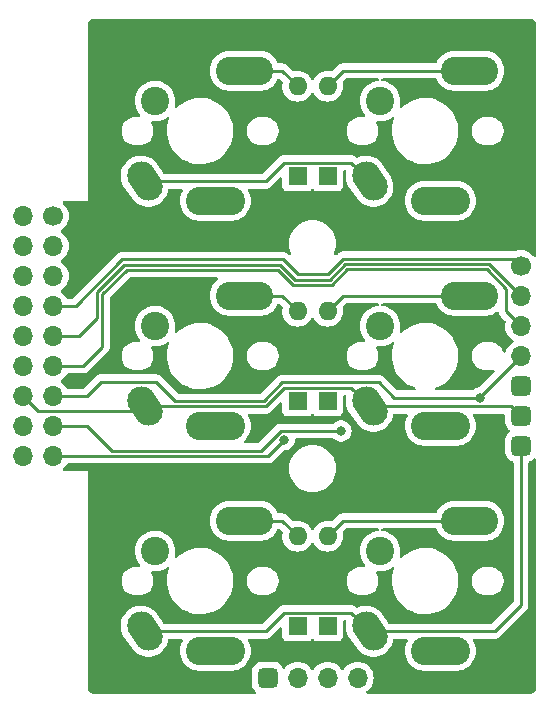
<source format=gtl>
G04 #@! TF.GenerationSoftware,KiCad,Pcbnew,7.0.5*
G04 #@! TF.CreationDate,2023-08-20T02:00:58+08:00*
G04 #@! TF.ProjectId,RM,524d2e6b-6963-4616-945f-706362585858,rev?*
G04 #@! TF.SameCoordinates,Original*
G04 #@! TF.FileFunction,Copper,L1,Top*
G04 #@! TF.FilePolarity,Positive*
%FSLAX46Y46*%
G04 Gerber Fmt 4.6, Leading zero omitted, Abs format (unit mm)*
G04 Created by KiCad (PCBNEW 7.0.5) date 2023-08-20 02:00:58*
%MOMM*%
%LPD*%
G01*
G04 APERTURE LIST*
G04 Aperture macros list*
%AMRoundRect*
0 Rectangle with rounded corners*
0 $1 Rounding radius*
0 $2 $3 $4 $5 $6 $7 $8 $9 X,Y pos of 4 corners*
0 Add a 4 corners polygon primitive as box body*
4,1,4,$2,$3,$4,$5,$6,$7,$8,$9,$2,$3,0*
0 Add four circle primitives for the rounded corners*
1,1,$1+$1,$2,$3*
1,1,$1+$1,$4,$5*
1,1,$1+$1,$6,$7*
1,1,$1+$1,$8,$9*
0 Add four rect primitives between the rounded corners*
20,1,$1+$1,$2,$3,$4,$5,0*
20,1,$1+$1,$4,$5,$6,$7,0*
20,1,$1+$1,$6,$7,$8,$9,0*
20,1,$1+$1,$8,$9,$2,$3,0*%
%AMHorizOval*
0 Thick line with rounded ends*
0 $1 width*
0 $2 $3 position (X,Y) of the first rounded end (center of the circle)*
0 $4 $5 position (X,Y) of the second rounded end (center of the circle)*
0 Add line between two ends*
20,1,$1,$2,$3,$4,$5,0*
0 Add two circle primitives to create the rounded ends*
1,1,$1,$2,$3*
1,1,$1,$4,$5*%
%AMOutline4P*
0 Free polygon, 4 corners , with rotation*
0 The origin of the aperture is its center*
0 number of corners: always 4*
0 $1 to $8 corner X, Y*
0 $9 Rotation angle, in degrees counterclockwise*
0 create outline with 4 corners*
4,1,4,$1,$2,$3,$4,$5,$6,$7,$8,$1,$2,$9*%
G04 Aperture macros list end*
G04 #@! TA.AperFunction,ComponentPad*
%ADD10HorizOval,2.400000X-0.305164X0.457575X0.305164X-0.457575X0*%
G04 #@! TD*
G04 #@! TA.AperFunction,ComponentPad*
%ADD11C,2.400000*%
G04 #@! TD*
G04 #@! TA.AperFunction,SMDPad,CuDef*
%ADD12Outline4P,-1.300000X-1.200000X1.300000X-1.200000X1.300000X1.200000X-1.300000X1.200000X0.000000*%
G04 #@! TD*
G04 #@! TA.AperFunction,SMDPad,CuDef*
%ADD13Outline4P,-1.200000X-1.200000X1.200000X-1.200000X1.200000X1.200000X-1.200000X1.200000X0.000000*%
G04 #@! TD*
G04 #@! TA.AperFunction,ComponentPad*
%ADD14RoundRect,0.425000X0.425000X-0.425000X0.425000X0.425000X-0.425000X0.425000X-0.425000X-0.425000X0*%
G04 #@! TD*
G04 #@! TA.AperFunction,ComponentPad*
%ADD15O,1.700000X1.700000*%
G04 #@! TD*
G04 #@! TA.AperFunction,ComponentPad*
%ADD16C,1.700000*%
G04 #@! TD*
G04 #@! TA.AperFunction,ComponentPad*
%ADD17RoundRect,0.425000X-0.425000X-0.425000X0.425000X-0.425000X0.425000X0.425000X-0.425000X0.425000X0*%
G04 #@! TD*
G04 #@! TA.AperFunction,ComponentPad*
%ADD18R,1.600000X1.600000*%
G04 #@! TD*
G04 #@! TA.AperFunction,ComponentPad*
%ADD19O,1.600000X1.600000*%
G04 #@! TD*
G04 #@! TA.AperFunction,ViaPad*
%ADD20C,0.800000*%
G04 #@! TD*
G04 #@! TA.AperFunction,Conductor*
%ADD21C,0.250000*%
G04 #@! TD*
G04 APERTURE END LIST*
D10*
X137410000Y-58680000D03*
D11*
X138300000Y-51890000D03*
X142110000Y-60330000D03*
D12*
X143410000Y-60330000D03*
D11*
X144650000Y-49330000D03*
X144710000Y-60330000D03*
D13*
X145880000Y-49330000D03*
D11*
X147110000Y-49330000D03*
D10*
X118360000Y-58680000D03*
D11*
X119250000Y-51890000D03*
X123060000Y-60330000D03*
D12*
X124360000Y-60330000D03*
D11*
X125600000Y-49330000D03*
X125660000Y-60330000D03*
D13*
X126830000Y-49330000D03*
D11*
X128060000Y-49330000D03*
D14*
X128780000Y-100710000D03*
D15*
X131320000Y-100710000D03*
X133860000Y-100710000D03*
X136400000Y-100710000D03*
D16*
X150230000Y-65860000D03*
D15*
X150230000Y-68400000D03*
X150230000Y-70940000D03*
X150230000Y-73480000D03*
D17*
X150230000Y-76020000D03*
X150230000Y-78560000D03*
X150230000Y-81100000D03*
D10*
X118360000Y-96780000D03*
D11*
X119250000Y-89990000D03*
X123060000Y-98430000D03*
D12*
X124360000Y-98430000D03*
D11*
X125600000Y-87430000D03*
X125660000Y-98430000D03*
D13*
X126830000Y-87430000D03*
D11*
X128060000Y-87430000D03*
D10*
X137410000Y-77730000D03*
D11*
X138300000Y-70940000D03*
X142110000Y-79380000D03*
D12*
X143410000Y-79380000D03*
D11*
X144650000Y-68380000D03*
X144710000Y-79380000D03*
D13*
X145880000Y-68380000D03*
D11*
X147110000Y-68380000D03*
D10*
X137410000Y-96780000D03*
D11*
X138300000Y-89990000D03*
X142110000Y-98430000D03*
D12*
X143410000Y-98430000D03*
D11*
X144650000Y-87430000D03*
X144710000Y-98430000D03*
D13*
X145880000Y-87430000D03*
D11*
X147110000Y-87430000D03*
D10*
X118360000Y-77730000D03*
D11*
X119250000Y-70940000D03*
X123060000Y-79380000D03*
D12*
X124360000Y-79380000D03*
D11*
X125600000Y-68380000D03*
X125660000Y-79380000D03*
D13*
X126830000Y-68380000D03*
D11*
X128060000Y-68380000D03*
D18*
X131315000Y-77280000D03*
D19*
X131315000Y-69680000D03*
D18*
X133855000Y-96330000D03*
D19*
X133855000Y-88730000D03*
D16*
X110620000Y-61620000D03*
D15*
X110620000Y-64160000D03*
X110620000Y-66700000D03*
X110620000Y-69240000D03*
X110620000Y-71780000D03*
X110620000Y-74320000D03*
X110620000Y-76860000D03*
X110620000Y-79400000D03*
X110620000Y-81940000D03*
X108080000Y-61620000D03*
X108080000Y-64160000D03*
X108080000Y-66700000D03*
X108080000Y-69240000D03*
X108080000Y-71780000D03*
X108080000Y-74320000D03*
X108080000Y-76860000D03*
X108080000Y-79400000D03*
X108080000Y-81940000D03*
D18*
X131315000Y-96330000D03*
D19*
X131315000Y-88730000D03*
D18*
X131315000Y-58230000D03*
D19*
X131315000Y-50630000D03*
D18*
X133855000Y-77280000D03*
D19*
X133855000Y-69680000D03*
D18*
X133855000Y-58230000D03*
D19*
X133855000Y-50630000D03*
D20*
X130190000Y-80544500D03*
X134980000Y-79820000D03*
X146759500Y-77005500D03*
D21*
X110620000Y-81940000D02*
X128794500Y-81940000D01*
X128794500Y-81940000D02*
X130190000Y-80544500D01*
X128060000Y-49330000D02*
X130015000Y-49330000D01*
X130015000Y-49330000D02*
X131315000Y-50630000D01*
X135155000Y-49330000D02*
X133855000Y-50630000D01*
X144650000Y-49330000D02*
X135155000Y-49330000D01*
X128060000Y-68380000D02*
X130015000Y-68380000D01*
X130015000Y-68380000D02*
X131315000Y-69680000D01*
X134980000Y-79820000D02*
X129889195Y-79820000D01*
X115570000Y-81490000D02*
X113480000Y-79400000D01*
X129889195Y-79820000D02*
X128219195Y-81490000D01*
X113480000Y-79400000D02*
X110620000Y-79400000D01*
X128219195Y-81490000D02*
X115570000Y-81490000D01*
X144650000Y-68380000D02*
X135155000Y-68380000D01*
X135155000Y-68380000D02*
X133855000Y-69680000D01*
X130015000Y-87430000D02*
X131315000Y-88730000D01*
X128060000Y-87430000D02*
X130015000Y-87430000D01*
X135155000Y-87430000D02*
X133855000Y-88730000D01*
X144650000Y-87430000D02*
X135155000Y-87430000D01*
X135167208Y-65250000D02*
X133847208Y-66570000D01*
X130052792Y-65300000D02*
X116463604Y-65300000D01*
X116463604Y-65300000D02*
X112523604Y-69240000D01*
X133847208Y-66570000D02*
X131322792Y-66570000D01*
X112523604Y-69240000D02*
X110620000Y-69240000D01*
X149620000Y-65250000D02*
X135167208Y-65250000D01*
X131322792Y-66570000D02*
X130052792Y-65300000D01*
X150230000Y-65860000D02*
X149620000Y-65250000D01*
X135353604Y-65700000D02*
X147530000Y-65700000D01*
X116650000Y-65750000D02*
X129866396Y-65750000D01*
X129866396Y-65750000D02*
X131136396Y-67020000D01*
X114330000Y-68070000D02*
X116650000Y-65750000D01*
X114330000Y-70240000D02*
X114330000Y-68070000D01*
X134033604Y-67020000D02*
X135353604Y-65700000D01*
X147530000Y-65700000D02*
X150230000Y-68400000D01*
X110620000Y-71780000D02*
X112790000Y-71780000D01*
X131136396Y-67020000D02*
X134033604Y-67020000D01*
X112790000Y-71780000D02*
X114330000Y-70240000D01*
X129680000Y-66200000D02*
X130950000Y-67470000D01*
X110620000Y-74320000D02*
X113130000Y-74320000D01*
X114780000Y-68256396D02*
X116836396Y-66200000D01*
X114780000Y-72670000D02*
X114780000Y-68256396D01*
X147343604Y-66150000D02*
X148960000Y-67766396D01*
X116836396Y-66200000D02*
X129680000Y-66200000D01*
X134220000Y-67470000D02*
X135540000Y-66150000D01*
X130950000Y-67470000D02*
X134220000Y-67470000D01*
X148960000Y-67766396D02*
X148960000Y-69670000D01*
X135540000Y-66150000D02*
X147343604Y-66150000D01*
X148960000Y-69670000D02*
X150230000Y-70940000D01*
X113130000Y-74320000D02*
X114780000Y-72670000D01*
X146759500Y-77005500D02*
X146759500Y-76950500D01*
X146759500Y-76950500D02*
X150230000Y-73480000D01*
X138185000Y-75705000D02*
X130003604Y-75705000D01*
X139485500Y-77005500D02*
X138185000Y-75705000D01*
X128428604Y-77280000D02*
X120930000Y-77280000D01*
X114656787Y-75653213D02*
X113450000Y-76860000D01*
X120930000Y-77280000D02*
X119303213Y-75653213D01*
X119303213Y-75653213D02*
X114656787Y-75653213D01*
X113450000Y-76860000D02*
X110620000Y-76860000D01*
X146759500Y-77005500D02*
X139485500Y-77005500D01*
X130003604Y-75705000D02*
X128428604Y-77280000D01*
X118360000Y-58680000D02*
X128615000Y-58680000D01*
X130190000Y-57105000D02*
X135835000Y-57105000D01*
X128615000Y-58680000D02*
X130190000Y-57105000D01*
X135835000Y-57105000D02*
X137410000Y-58680000D01*
X137410000Y-77730000D02*
X149400000Y-77730000D01*
X130190000Y-76155000D02*
X135835000Y-76155000D01*
X135835000Y-76155000D02*
X137410000Y-77730000D01*
X118360000Y-77730000D02*
X128615000Y-77730000D01*
X128615000Y-77730000D02*
X130190000Y-76155000D01*
X149400000Y-77730000D02*
X150230000Y-78560000D01*
X108080000Y-76860000D02*
X109340000Y-78120000D01*
X117970000Y-78120000D02*
X118360000Y-77730000D01*
X109340000Y-78120000D02*
X117970000Y-78120000D01*
X135835000Y-95205000D02*
X137410000Y-96780000D01*
X128615000Y-96780000D02*
X130190000Y-95205000D01*
X150230000Y-94560000D02*
X150230000Y-81100000D01*
X148010000Y-96780000D02*
X150230000Y-94560000D01*
X137410000Y-96780000D02*
X148010000Y-96780000D01*
X118360000Y-96780000D02*
X128615000Y-96780000D01*
X130190000Y-95205000D02*
X135835000Y-95205000D01*
G04 #@! TA.AperFunction,NonConductor*
G36*
X151038456Y-44905889D02*
G01*
X151061354Y-44908469D01*
X151140831Y-44918932D01*
X151165597Y-44924829D01*
X151199735Y-44936775D01*
X151202984Y-44938015D01*
X151257195Y-44960469D01*
X151275695Y-44970027D01*
X151310520Y-44991909D01*
X151315267Y-44995212D01*
X151363200Y-45031993D01*
X151369295Y-45037337D01*
X151402660Y-45070702D01*
X151408005Y-45076798D01*
X151444786Y-45124731D01*
X151448097Y-45129490D01*
X151469967Y-45164296D01*
X151479536Y-45182818D01*
X151501983Y-45237014D01*
X151503223Y-45240263D01*
X151515169Y-45274401D01*
X151521066Y-45299169D01*
X151531528Y-45378632D01*
X151533643Y-45397397D01*
X151534109Y-45401534D01*
X151534110Y-45401537D01*
X151534500Y-45408486D01*
X151534500Y-64975215D01*
X151514815Y-65042254D01*
X151462011Y-65088009D01*
X151392853Y-65097953D01*
X151329297Y-65068928D01*
X151308925Y-65046339D01*
X151268491Y-64988594D01*
X151101402Y-64821506D01*
X151101395Y-64821501D01*
X150907834Y-64685967D01*
X150907830Y-64685965D01*
X150883177Y-64674469D01*
X150693663Y-64586097D01*
X150693659Y-64586096D01*
X150693655Y-64586094D01*
X150465413Y-64524938D01*
X150465403Y-64524936D01*
X150230001Y-64504341D01*
X150229999Y-64504341D01*
X149994596Y-64524936D01*
X149994586Y-64524938D01*
X149766344Y-64586094D01*
X149766334Y-64586098D01*
X149714597Y-64610223D01*
X149645519Y-64620714D01*
X149642801Y-64620314D01*
X149639808Y-64619840D01*
X149639804Y-64619840D01*
X149593416Y-64624225D01*
X149587578Y-64624500D01*
X135249951Y-64624500D01*
X135234330Y-64622775D01*
X135234304Y-64623061D01*
X135226541Y-64622326D01*
X135158361Y-64624469D01*
X135156414Y-64624500D01*
X135127857Y-64624500D01*
X135120974Y-64625369D01*
X135115157Y-64625826D01*
X135068581Y-64627290D01*
X135049337Y-64632881D01*
X135030287Y-64636825D01*
X135010419Y-64639334D01*
X134967092Y-64656488D01*
X134961566Y-64658379D01*
X134916822Y-64671379D01*
X134916818Y-64671381D01*
X134899574Y-64681579D01*
X134882113Y-64690133D01*
X134863482Y-64697510D01*
X134863470Y-64697517D01*
X134825778Y-64724902D01*
X134820895Y-64728109D01*
X134780788Y-64751829D01*
X134766622Y-64765995D01*
X134751832Y-64778627D01*
X134735622Y-64790404D01*
X134735619Y-64790407D01*
X134705918Y-64826309D01*
X134701985Y-64830631D01*
X134613103Y-64919513D01*
X134551780Y-64952998D01*
X134482088Y-64948014D01*
X134426155Y-64906142D01*
X134401738Y-64840678D01*
X134409240Y-64788498D01*
X134409362Y-64788168D01*
X134409367Y-64788161D01*
X134509369Y-64520046D01*
X134570196Y-64240428D01*
X134590610Y-63955000D01*
X134588435Y-63924596D01*
X134586519Y-63897808D01*
X134570196Y-63669572D01*
X134509369Y-63389954D01*
X134409367Y-63121839D01*
X134409182Y-63121501D01*
X134272229Y-62870690D01*
X134272224Y-62870682D01*
X134100745Y-62641612D01*
X134100729Y-62641594D01*
X133898405Y-62439270D01*
X133898387Y-62439254D01*
X133669317Y-62267775D01*
X133669309Y-62267770D01*
X133418166Y-62130635D01*
X133418167Y-62130635D01*
X133310915Y-62090632D01*
X133150046Y-62030631D01*
X133150043Y-62030630D01*
X133150037Y-62030628D01*
X132870433Y-61969804D01*
X132656450Y-61954500D01*
X132656448Y-61954500D01*
X132513552Y-61954500D01*
X132513549Y-61954500D01*
X132299566Y-61969804D01*
X132019962Y-62030628D01*
X131751833Y-62130635D01*
X131500690Y-62267770D01*
X131500682Y-62267775D01*
X131271612Y-62439254D01*
X131271594Y-62439270D01*
X131069270Y-62641594D01*
X131069254Y-62641612D01*
X130897775Y-62870682D01*
X130897770Y-62870690D01*
X130760635Y-63121833D01*
X130660628Y-63389962D01*
X130599804Y-63669566D01*
X130579390Y-63954998D01*
X130579390Y-63955001D01*
X130599804Y-64240433D01*
X130660629Y-64520037D01*
X130660631Y-64520046D01*
X130732899Y-64713803D01*
X130760759Y-64788499D01*
X130765743Y-64858190D01*
X130732258Y-64919513D01*
X130670935Y-64952998D01*
X130601243Y-64948014D01*
X130556896Y-64919513D01*
X130553595Y-64916212D01*
X130543772Y-64903950D01*
X130543551Y-64904134D01*
X130538578Y-64898122D01*
X130488858Y-64851432D01*
X130487458Y-64850075D01*
X130467268Y-64829884D01*
X130461778Y-64825625D01*
X130457353Y-64821847D01*
X130425645Y-64792070D01*
X130423372Y-64789936D01*
X130423369Y-64789935D01*
X130405821Y-64780288D01*
X130389555Y-64769604D01*
X130373728Y-64757327D01*
X130373727Y-64757326D01*
X130373725Y-64757325D01*
X130330960Y-64738818D01*
X130325714Y-64736248D01*
X130284885Y-64713803D01*
X130284884Y-64713802D01*
X130265485Y-64708822D01*
X130247073Y-64702518D01*
X130228690Y-64694562D01*
X130228684Y-64694560D01*
X130182666Y-64687272D01*
X130176944Y-64686087D01*
X130131813Y-64674500D01*
X130131811Y-64674500D01*
X130111776Y-64674500D01*
X130092378Y-64672973D01*
X130082313Y-64671379D01*
X130072597Y-64669840D01*
X130072596Y-64669840D01*
X130026208Y-64674225D01*
X130020370Y-64674500D01*
X116546341Y-64674500D01*
X116530724Y-64672776D01*
X116530697Y-64673062D01*
X116522935Y-64672327D01*
X116454775Y-64674469D01*
X116452828Y-64674500D01*
X116424254Y-64674500D01*
X116423533Y-64674590D01*
X116417361Y-64675369D01*
X116411549Y-64675826D01*
X116364976Y-64677290D01*
X116364973Y-64677291D01*
X116345730Y-64682881D01*
X116326687Y-64686825D01*
X116306808Y-64689336D01*
X116306807Y-64689337D01*
X116263482Y-64706490D01*
X116257956Y-64708382D01*
X116213212Y-64721383D01*
X116213208Y-64721385D01*
X116195969Y-64731580D01*
X116178502Y-64740137D01*
X116159873Y-64747512D01*
X116159871Y-64747513D01*
X116122168Y-64774906D01*
X116117286Y-64778112D01*
X116077184Y-64801828D01*
X116063012Y-64816000D01*
X116048227Y-64828628D01*
X116040959Y-64833908D01*
X116035563Y-64837830D01*
X116032016Y-64840407D01*
X116002313Y-64876310D01*
X115998380Y-64880631D01*
X114147612Y-66731401D01*
X112300832Y-68578181D01*
X112239509Y-68611666D01*
X112213151Y-68614500D01*
X111895227Y-68614500D01*
X111828188Y-68594815D01*
X111793652Y-68561623D01*
X111658494Y-68368597D01*
X111491402Y-68201506D01*
X111491396Y-68201501D01*
X111305842Y-68071575D01*
X111262217Y-68016998D01*
X111255023Y-67947500D01*
X111286546Y-67885145D01*
X111305842Y-67868425D01*
X111364269Y-67827514D01*
X111491401Y-67738495D01*
X111658495Y-67571401D01*
X111794035Y-67377830D01*
X111893903Y-67163663D01*
X111955063Y-66935408D01*
X111975659Y-66700000D01*
X111955063Y-66464592D01*
X111893903Y-66236337D01*
X111794035Y-66022171D01*
X111739650Y-65944500D01*
X111658494Y-65828597D01*
X111491402Y-65661506D01*
X111491396Y-65661501D01*
X111305842Y-65531575D01*
X111262217Y-65476998D01*
X111255023Y-65407500D01*
X111286546Y-65345145D01*
X111305842Y-65328425D01*
X111328026Y-65312891D01*
X111491401Y-65198495D01*
X111658495Y-65031401D01*
X111794035Y-64837830D01*
X111893903Y-64623663D01*
X111955063Y-64395408D01*
X111975659Y-64160000D01*
X111955063Y-63924592D01*
X111893903Y-63696337D01*
X111794035Y-63482171D01*
X111729465Y-63389954D01*
X111658494Y-63288597D01*
X111491402Y-63121506D01*
X111491396Y-63121501D01*
X111305842Y-62991575D01*
X111262217Y-62936998D01*
X111255023Y-62867500D01*
X111286546Y-62805145D01*
X111305842Y-62788425D01*
X111328026Y-62772891D01*
X111491401Y-62658495D01*
X111658495Y-62491401D01*
X111794035Y-62297830D01*
X111893903Y-62083663D01*
X111955063Y-61855408D01*
X111975659Y-61620000D01*
X111955063Y-61384592D01*
X111893903Y-61156337D01*
X111794035Y-60942171D01*
X111719805Y-60836158D01*
X111658494Y-60748597D01*
X111491402Y-60581506D01*
X111491393Y-60581498D01*
X111483646Y-60576074D01*
X111440021Y-60521497D01*
X111432829Y-60451998D01*
X111464352Y-60389644D01*
X111524582Y-60354231D01*
X111554770Y-60350500D01*
X113510240Y-60350500D01*
X113510383Y-60350528D01*
X113510384Y-60350524D01*
X113534997Y-60350539D01*
X113535000Y-60350541D01*
X113535383Y-60350383D01*
X113535500Y-60350099D01*
X113535541Y-60350000D01*
X113535540Y-60349997D01*
X113535583Y-60325889D01*
X113535500Y-60325467D01*
X113535500Y-58310741D01*
X116351620Y-58310741D01*
X116385062Y-58569698D01*
X116457640Y-58820512D01*
X116457642Y-58820517D01*
X116457643Y-58820519D01*
X116567660Y-59057321D01*
X116567663Y-59057326D01*
X116567665Y-59057329D01*
X117286590Y-60135314D01*
X117407338Y-60289364D01*
X117407340Y-60289366D01*
X117407341Y-60289367D01*
X117597903Y-60467875D01*
X117813480Y-60615201D01*
X118049019Y-60727893D01*
X118299002Y-60803309D01*
X118557566Y-60839682D01*
X118818652Y-60836158D01*
X119076141Y-60792822D01*
X119076147Y-60792819D01*
X119076152Y-60792819D01*
X119174044Y-60760378D01*
X119323996Y-60710687D01*
X119556410Y-60591681D01*
X119767933Y-60438591D01*
X119953608Y-60255007D01*
X120109084Y-60045232D01*
X120230715Y-59814181D01*
X120315651Y-59567271D01*
X120344399Y-59407536D01*
X120375647Y-59345043D01*
X120435720Y-59309365D01*
X120466438Y-59305500D01*
X121473153Y-59305500D01*
X121540192Y-59325185D01*
X121585947Y-59377989D01*
X121595891Y-59447147D01*
X121580540Y-59491500D01*
X121523608Y-59590109D01*
X121430492Y-59827362D01*
X121430490Y-59827369D01*
X121373777Y-60075845D01*
X121354732Y-60329995D01*
X121354732Y-60330004D01*
X121373777Y-60584154D01*
X121421403Y-60792819D01*
X121430492Y-60832637D01*
X121523607Y-61069888D01*
X121651041Y-61290612D01*
X121809950Y-61489877D01*
X121996783Y-61663232D01*
X122207366Y-61806805D01*
X122207371Y-61806807D01*
X122207372Y-61806808D01*
X122207373Y-61806809D01*
X122329328Y-61865538D01*
X122436992Y-61917387D01*
X122436993Y-61917387D01*
X122436996Y-61917389D01*
X122680542Y-61992513D01*
X122932565Y-62030500D01*
X123238789Y-62030500D01*
X123238798Y-62030499D01*
X125530361Y-62030499D01*
X125530389Y-62030500D01*
X125532565Y-62030500D01*
X125787435Y-62030500D01*
X126039458Y-61992513D01*
X126283004Y-61917389D01*
X126512634Y-61806805D01*
X126723217Y-61663232D01*
X126910050Y-61489877D01*
X127068959Y-61290612D01*
X127196393Y-61069888D01*
X127289508Y-60832637D01*
X127346222Y-60584157D01*
X127357130Y-60438591D01*
X127365268Y-60330004D01*
X127365268Y-60329995D01*
X127346222Y-60075845D01*
X127289509Y-59827369D01*
X127289508Y-59827363D01*
X127196393Y-59590112D01*
X127139460Y-59491500D01*
X127122987Y-59423599D01*
X127145840Y-59357573D01*
X127200761Y-59314382D01*
X127246847Y-59305500D01*
X128532257Y-59305500D01*
X128547877Y-59307224D01*
X128547904Y-59306939D01*
X128555666Y-59307673D01*
X128555666Y-59307672D01*
X128555667Y-59307673D01*
X128558999Y-59307568D01*
X128623847Y-59305531D01*
X128625794Y-59305500D01*
X128654347Y-59305500D01*
X128654350Y-59305500D01*
X128661228Y-59304630D01*
X128667041Y-59304172D01*
X128713627Y-59302709D01*
X128732869Y-59297117D01*
X128751912Y-59293174D01*
X128771792Y-59290664D01*
X128815122Y-59273507D01*
X128820646Y-59271617D01*
X128824396Y-59270527D01*
X128865390Y-59258618D01*
X128882629Y-59248422D01*
X128900103Y-59239862D01*
X128918727Y-59232488D01*
X128918727Y-59232487D01*
X128918732Y-59232486D01*
X128956449Y-59205082D01*
X128961305Y-59201892D01*
X129001420Y-59178170D01*
X129015589Y-59163999D01*
X129030379Y-59151368D01*
X129046587Y-59139594D01*
X129076299Y-59103676D01*
X129080212Y-59099376D01*
X129802820Y-58376769D01*
X129864142Y-58343285D01*
X129933834Y-58348269D01*
X129989767Y-58390141D01*
X130014184Y-58455605D01*
X130014500Y-58464451D01*
X130014500Y-59077870D01*
X130014501Y-59077876D01*
X130020908Y-59137483D01*
X130071202Y-59272328D01*
X130071206Y-59272335D01*
X130157452Y-59387544D01*
X130157455Y-59387547D01*
X130272664Y-59473793D01*
X130272671Y-59473797D01*
X130407517Y-59524091D01*
X130407516Y-59524091D01*
X130414444Y-59524835D01*
X130467127Y-59530500D01*
X132162872Y-59530499D01*
X132222483Y-59524091D01*
X132357331Y-59473796D01*
X132472546Y-59387546D01*
X132485733Y-59369929D01*
X132541666Y-59328058D01*
X132611358Y-59323074D01*
X132672681Y-59356558D01*
X132684267Y-59369930D01*
X132697454Y-59387546D01*
X132697455Y-59387547D01*
X132812664Y-59473793D01*
X132812671Y-59473797D01*
X132947517Y-59524091D01*
X132947516Y-59524091D01*
X132954444Y-59524835D01*
X133007127Y-59530500D01*
X134702872Y-59530499D01*
X134762483Y-59524091D01*
X134897331Y-59473796D01*
X135012546Y-59387546D01*
X135098796Y-59272331D01*
X135149091Y-59137483D01*
X135155500Y-59077873D01*
X135155499Y-58333260D01*
X135170284Y-58282905D01*
X135159692Y-58265487D01*
X135155499Y-58233515D01*
X135155499Y-57854500D01*
X135175184Y-57787461D01*
X135227988Y-57741706D01*
X135279499Y-57730500D01*
X135317240Y-57730500D01*
X135384279Y-57750185D01*
X135430034Y-57802989D01*
X135439978Y-57872147D01*
X135439279Y-57876463D01*
X135408100Y-58049708D01*
X135403461Y-58236592D01*
X135388591Y-58282946D01*
X135398476Y-58298327D01*
X135402478Y-58317381D01*
X135435062Y-58569698D01*
X135507640Y-58820512D01*
X135507642Y-58820517D01*
X135507643Y-58820519D01*
X135617660Y-59057321D01*
X135617663Y-59057326D01*
X135617665Y-59057329D01*
X136336590Y-60135314D01*
X136457338Y-60289364D01*
X136457340Y-60289366D01*
X136457341Y-60289367D01*
X136647903Y-60467875D01*
X136863480Y-60615201D01*
X137099019Y-60727893D01*
X137349002Y-60803309D01*
X137607566Y-60839682D01*
X137868652Y-60836158D01*
X138126141Y-60792822D01*
X138126147Y-60792819D01*
X138126152Y-60792819D01*
X138224044Y-60760378D01*
X138373996Y-60710687D01*
X138606410Y-60591681D01*
X138817933Y-60438591D01*
X138927757Y-60330004D01*
X140404732Y-60330004D01*
X140423777Y-60584154D01*
X140471403Y-60792819D01*
X140480492Y-60832637D01*
X140573607Y-61069888D01*
X140701041Y-61290612D01*
X140859950Y-61489877D01*
X141046783Y-61663232D01*
X141257366Y-61806805D01*
X141257371Y-61806807D01*
X141257372Y-61806808D01*
X141257373Y-61806809D01*
X141379328Y-61865538D01*
X141486992Y-61917387D01*
X141486993Y-61917387D01*
X141486996Y-61917389D01*
X141730542Y-61992513D01*
X141982565Y-62030500D01*
X142288789Y-62030500D01*
X142288798Y-62030499D01*
X144580361Y-62030499D01*
X144580389Y-62030500D01*
X144582565Y-62030500D01*
X144837435Y-62030500D01*
X145089458Y-61992513D01*
X145333004Y-61917389D01*
X145562634Y-61806805D01*
X145773217Y-61663232D01*
X145960050Y-61489877D01*
X146118959Y-61290612D01*
X146246393Y-61069888D01*
X146339508Y-60832637D01*
X146396222Y-60584157D01*
X146407130Y-60438591D01*
X146415268Y-60330004D01*
X146415268Y-60329995D01*
X146396222Y-60075845D01*
X146339509Y-59827369D01*
X146339508Y-59827363D01*
X146246393Y-59590112D01*
X146118959Y-59369388D01*
X145960050Y-59170123D01*
X145773217Y-58996768D01*
X145562634Y-58853195D01*
X145562630Y-58853193D01*
X145562627Y-58853191D01*
X145562626Y-58853190D01*
X145333006Y-58742612D01*
X145333008Y-58742612D01*
X145089466Y-58667489D01*
X145089462Y-58667488D01*
X145089458Y-58667487D01*
X144968231Y-58649214D01*
X144837440Y-58629500D01*
X144837435Y-58629500D01*
X144582565Y-58629500D01*
X144582564Y-58629500D01*
X142237441Y-58629500D01*
X142237435Y-58629500D01*
X141982565Y-58629500D01*
X141982559Y-58629500D01*
X141825609Y-58653157D01*
X141730542Y-58667487D01*
X141730538Y-58667488D01*
X141730539Y-58667488D01*
X141730533Y-58667489D01*
X141486992Y-58742612D01*
X141257373Y-58853190D01*
X141257372Y-58853191D01*
X141046782Y-58996768D01*
X140859952Y-59170121D01*
X140859950Y-59170123D01*
X140701041Y-59369388D01*
X140573608Y-59590109D01*
X140480492Y-59827362D01*
X140480490Y-59827369D01*
X140423777Y-60075845D01*
X140404732Y-60329995D01*
X140404732Y-60330004D01*
X138927757Y-60330004D01*
X139003608Y-60255007D01*
X139159084Y-60045232D01*
X139280715Y-59814181D01*
X139365651Y-59567271D01*
X139411900Y-59310290D01*
X139418379Y-59049260D01*
X139384938Y-58790301D01*
X139312357Y-58539481D01*
X139202340Y-58302679D01*
X138483412Y-57224689D01*
X138483409Y-57224685D01*
X138362661Y-57070635D01*
X138362659Y-57070633D01*
X138172097Y-56892125D01*
X137956520Y-56744799D01*
X137956517Y-56744798D01*
X137956515Y-56744796D01*
X137956512Y-56744794D01*
X137720982Y-56632108D01*
X137470997Y-56556690D01*
X137248804Y-56525435D01*
X137212434Y-56520319D01*
X137212433Y-56520319D01*
X136951347Y-56523841D01*
X136693858Y-56567178D01*
X136693847Y-56567180D01*
X136446009Y-56649311D01*
X136445995Y-56649317D01*
X136405927Y-56669833D01*
X136337284Y-56682865D01*
X136272491Y-56656717D01*
X136261733Y-56647141D01*
X136249476Y-56634884D01*
X136243986Y-56630625D01*
X136239561Y-56626847D01*
X136205582Y-56594938D01*
X136205580Y-56594936D01*
X136205577Y-56594935D01*
X136188029Y-56585288D01*
X136171763Y-56574604D01*
X136162192Y-56567180D01*
X136155936Y-56562327D01*
X136155935Y-56562326D01*
X136155933Y-56562325D01*
X136113168Y-56543818D01*
X136107922Y-56541248D01*
X136067093Y-56518803D01*
X136067092Y-56518802D01*
X136047693Y-56513822D01*
X136029281Y-56507518D01*
X136010898Y-56499562D01*
X136010892Y-56499560D01*
X135964874Y-56492272D01*
X135959152Y-56491087D01*
X135914021Y-56479500D01*
X135914019Y-56479500D01*
X135893984Y-56479500D01*
X135874586Y-56477973D01*
X135867162Y-56476797D01*
X135854805Y-56474840D01*
X135854804Y-56474840D01*
X135808416Y-56479225D01*
X135802578Y-56479500D01*
X130272737Y-56479500D01*
X130257120Y-56477776D01*
X130257093Y-56478062D01*
X130249331Y-56477327D01*
X130181171Y-56479469D01*
X130179224Y-56479500D01*
X130150650Y-56479500D01*
X130149929Y-56479590D01*
X130143757Y-56480369D01*
X130137945Y-56480826D01*
X130091372Y-56482290D01*
X130091369Y-56482291D01*
X130072126Y-56487881D01*
X130053083Y-56491825D01*
X130033204Y-56494336D01*
X130033203Y-56494337D01*
X129989878Y-56511490D01*
X129984352Y-56513382D01*
X129939608Y-56526383D01*
X129939604Y-56526385D01*
X129922365Y-56536580D01*
X129904898Y-56545137D01*
X129886269Y-56552512D01*
X129886267Y-56552513D01*
X129848564Y-56579906D01*
X129843682Y-56583112D01*
X129803580Y-56606828D01*
X129789408Y-56621000D01*
X129774623Y-56633628D01*
X129758412Y-56645407D01*
X129728709Y-56681310D01*
X129724777Y-56685631D01*
X128392228Y-58018181D01*
X128330905Y-58051666D01*
X128304547Y-58054500D01*
X120053175Y-58054500D01*
X119986136Y-58034815D01*
X119950013Y-57999301D01*
X119808733Y-57787461D01*
X119433412Y-57224689D01*
X119433409Y-57224685D01*
X119312661Y-57070635D01*
X119312659Y-57070633D01*
X119122097Y-56892125D01*
X118906520Y-56744799D01*
X118906517Y-56744798D01*
X118906515Y-56744796D01*
X118906512Y-56744794D01*
X118670982Y-56632108D01*
X118420997Y-56556690D01*
X118198804Y-56525435D01*
X118162434Y-56520319D01*
X118162433Y-56520319D01*
X117901347Y-56523841D01*
X117643858Y-56567178D01*
X117643847Y-56567180D01*
X117396009Y-56649311D01*
X117396002Y-56649314D01*
X117163591Y-56768319D01*
X116952075Y-56921403D01*
X116952067Y-56921409D01*
X116766392Y-57104992D01*
X116610916Y-57314766D01*
X116489287Y-57545814D01*
X116489282Y-57545826D01*
X116404349Y-57792728D01*
X116358100Y-58049709D01*
X116351620Y-58310740D01*
X116351620Y-58310741D01*
X113535500Y-58310741D01*
X113535500Y-54541240D01*
X116409499Y-54541240D01*
X116409500Y-54541243D01*
X116450382Y-54759940D01*
X116530752Y-54967398D01*
X116530754Y-54967404D01*
X116647874Y-55156560D01*
X116647876Y-55156562D01*
X116797761Y-55320979D01*
X116975308Y-55455056D01*
X116975316Y-55455061D01*
X117174461Y-55554224D01*
X117174465Y-55554225D01*
X117174472Y-55554229D01*
X117388464Y-55615115D01*
X117554497Y-55630500D01*
X117554501Y-55630500D01*
X117965499Y-55630500D01*
X117965503Y-55630500D01*
X118131536Y-55615115D01*
X118345528Y-55554229D01*
X118544689Y-55455058D01*
X118722236Y-55320981D01*
X118872124Y-55156562D01*
X118989247Y-54967401D01*
X119069618Y-54759940D01*
X119110500Y-54541243D01*
X119110500Y-54318757D01*
X119069618Y-54100060D01*
X118989247Y-53892599D01*
X118964197Y-53852142D01*
X118910286Y-53765072D01*
X118891731Y-53697712D01*
X118912539Y-53631012D01*
X118966104Y-53586151D01*
X119034194Y-53577180D01*
X119122565Y-53590500D01*
X119377435Y-53590500D01*
X119629458Y-53552513D01*
X119873004Y-53477389D01*
X120102634Y-53366805D01*
X120265351Y-53255866D01*
X120331828Y-53234366D01*
X120399378Y-53252220D01*
X120446553Y-53303760D01*
X120458373Y-53372622D01*
X120452669Y-53398033D01*
X120353785Y-53690521D01*
X120285319Y-54015789D01*
X120285319Y-54015794D01*
X120255805Y-54346853D01*
X120265655Y-54679112D01*
X120314731Y-55007857D01*
X120314732Y-55007862D01*
X120402345Y-55328494D01*
X120402346Y-55328498D01*
X120527264Y-55636511D01*
X120527269Y-55636522D01*
X120687740Y-55927599D01*
X120687740Y-55927600D01*
X120881520Y-56197667D01*
X120881529Y-56197677D01*
X120996737Y-56323612D01*
X121105877Y-56442914D01*
X121357666Y-56659906D01*
X121357671Y-56659909D01*
X121357677Y-56659914D01*
X121518625Y-56768320D01*
X121633353Y-56845595D01*
X121929067Y-56997374D01*
X122240656Y-57113113D01*
X122563747Y-57191187D01*
X122893805Y-57230500D01*
X122893812Y-57230500D01*
X123143025Y-57230500D01*
X123205218Y-57226809D01*
X123391807Y-57215736D01*
X123718956Y-57156939D01*
X124036854Y-57059862D01*
X124341040Y-56925868D01*
X124627243Y-56756837D01*
X124891445Y-56555142D01*
X125129937Y-56323616D01*
X125339373Y-56065506D01*
X125516810Y-55784438D01*
X125659760Y-55484357D01*
X125766215Y-55169475D01*
X125834680Y-54844212D01*
X125861689Y-54541240D01*
X127009499Y-54541240D01*
X127009500Y-54541243D01*
X127050382Y-54759940D01*
X127130752Y-54967398D01*
X127130754Y-54967404D01*
X127247874Y-55156560D01*
X127247876Y-55156562D01*
X127397761Y-55320979D01*
X127575308Y-55455056D01*
X127575316Y-55455061D01*
X127774461Y-55554224D01*
X127774465Y-55554225D01*
X127774472Y-55554229D01*
X127988464Y-55615115D01*
X128154497Y-55630500D01*
X128154501Y-55630500D01*
X128565499Y-55630500D01*
X128565503Y-55630500D01*
X128731536Y-55615115D01*
X128945528Y-55554229D01*
X129144689Y-55455058D01*
X129322236Y-55320981D01*
X129472124Y-55156562D01*
X129589247Y-54967401D01*
X129669618Y-54759940D01*
X129710500Y-54541243D01*
X129710500Y-54318757D01*
X129669618Y-54100060D01*
X129589247Y-53892599D01*
X129564197Y-53852142D01*
X129472125Y-53703439D01*
X129472123Y-53703437D01*
X129322238Y-53539020D01*
X129144691Y-53404943D01*
X129144683Y-53404938D01*
X128945538Y-53305775D01*
X128945523Y-53305769D01*
X128731537Y-53244885D01*
X128731535Y-53244884D01*
X128613653Y-53233961D01*
X128565503Y-53229500D01*
X128154497Y-53229500D01*
X128109601Y-53233660D01*
X127988464Y-53244884D01*
X127988462Y-53244885D01*
X127774476Y-53305769D01*
X127774461Y-53305775D01*
X127575316Y-53404938D01*
X127575308Y-53404943D01*
X127397761Y-53539020D01*
X127247876Y-53703437D01*
X127247874Y-53703439D01*
X127130754Y-53892595D01*
X127130752Y-53892601D01*
X127050382Y-54100061D01*
X127050382Y-54100062D01*
X127009499Y-54318759D01*
X127009499Y-54541240D01*
X125861689Y-54541240D01*
X125864195Y-54513134D01*
X125854345Y-54180890D01*
X125805269Y-53852142D01*
X125717655Y-53531506D01*
X125592733Y-53223483D01*
X125432258Y-52932397D01*
X125238481Y-52662335D01*
X125238479Y-52662332D01*
X125238470Y-52662322D01*
X125033666Y-52438449D01*
X125014123Y-52417086D01*
X125002852Y-52407373D01*
X124762336Y-52200096D01*
X124762334Y-52200094D01*
X124762330Y-52200091D01*
X124762322Y-52200085D01*
X124486653Y-52014409D01*
X124486652Y-52014408D01*
X124486649Y-52014406D01*
X124486647Y-52014405D01*
X124190933Y-51862626D01*
X124190928Y-51862624D01*
X124190926Y-51862623D01*
X123879348Y-51746888D01*
X123556254Y-51668813D01*
X123556249Y-51668812D01*
X123416687Y-51652189D01*
X123226195Y-51629500D01*
X122976977Y-51629500D01*
X122976975Y-51629500D01*
X122728198Y-51644263D01*
X122728191Y-51644264D01*
X122401043Y-51703061D01*
X122083142Y-51800139D01*
X121778960Y-51934131D01*
X121778955Y-51934134D01*
X121492765Y-52103157D01*
X121492748Y-52103169D01*
X121228553Y-52304859D01*
X121228544Y-52304867D01*
X121106329Y-52423513D01*
X121044517Y-52456086D01*
X120974907Y-52450069D01*
X120919600Y-52407373D01*
X120896155Y-52341554D01*
X120899066Y-52306949D01*
X120923454Y-52200096D01*
X120936222Y-52144157D01*
X120955268Y-51890000D01*
X120953216Y-51862623D01*
X120936222Y-51635845D01*
X120934898Y-51630045D01*
X120879508Y-51387363D01*
X120786393Y-51150112D01*
X120658959Y-50929388D01*
X120500050Y-50730123D01*
X120313217Y-50556768D01*
X120102634Y-50413195D01*
X120102630Y-50413193D01*
X120102627Y-50413191D01*
X120102626Y-50413190D01*
X119873006Y-50302612D01*
X119873008Y-50302612D01*
X119629466Y-50227489D01*
X119629462Y-50227488D01*
X119629458Y-50227487D01*
X119508231Y-50209214D01*
X119377440Y-50189500D01*
X119377435Y-50189500D01*
X119122565Y-50189500D01*
X119122559Y-50189500D01*
X118965609Y-50213157D01*
X118870542Y-50227487D01*
X118870538Y-50227488D01*
X118870539Y-50227488D01*
X118870533Y-50227489D01*
X118626992Y-50302612D01*
X118397373Y-50413190D01*
X118397372Y-50413191D01*
X118186782Y-50556768D01*
X117999952Y-50730121D01*
X117999950Y-50730123D01*
X117841041Y-50929388D01*
X117713608Y-51150109D01*
X117620492Y-51387362D01*
X117620490Y-51387369D01*
X117563777Y-51635845D01*
X117544732Y-51889995D01*
X117544732Y-51890004D01*
X117563777Y-52144154D01*
X117608832Y-52341554D01*
X117620492Y-52392637D01*
X117713607Y-52629888D01*
X117841041Y-52850612D01*
X117906265Y-52932400D01*
X117982653Y-53028187D01*
X118009061Y-53092874D01*
X117996306Y-53161569D01*
X117948435Y-53212463D01*
X117885706Y-53229500D01*
X117554497Y-53229500D01*
X117509601Y-53233660D01*
X117388464Y-53244884D01*
X117388462Y-53244885D01*
X117174476Y-53305769D01*
X117174461Y-53305775D01*
X116975316Y-53404938D01*
X116975308Y-53404943D01*
X116797761Y-53539020D01*
X116647876Y-53703437D01*
X116647874Y-53703439D01*
X116530754Y-53892595D01*
X116530752Y-53892601D01*
X116450382Y-54100061D01*
X116450382Y-54100062D01*
X116409499Y-54318759D01*
X116409499Y-54541240D01*
X113535500Y-54541240D01*
X113535500Y-49330004D01*
X123894732Y-49330004D01*
X123913777Y-49584154D01*
X123924230Y-49629953D01*
X123970492Y-49832637D01*
X124063607Y-50069888D01*
X124191041Y-50290612D01*
X124349950Y-50489877D01*
X124536783Y-50663232D01*
X124747366Y-50806805D01*
X124747371Y-50806807D01*
X124747372Y-50806808D01*
X124747373Y-50806809D01*
X124850945Y-50856686D01*
X124976992Y-50917387D01*
X124976993Y-50917387D01*
X124976996Y-50917389D01*
X125220542Y-50992513D01*
X125472565Y-51030500D01*
X125778789Y-51030500D01*
X125778798Y-51030499D01*
X127930361Y-51030499D01*
X127930389Y-51030500D01*
X127932565Y-51030500D01*
X128187435Y-51030500D01*
X128439458Y-50992513D01*
X128683004Y-50917389D01*
X128912634Y-50806805D01*
X129123217Y-50663232D01*
X129310050Y-50489877D01*
X129468959Y-50290612D01*
X129596393Y-50069888D01*
X129604402Y-50049479D01*
X129647216Y-49994268D01*
X129713085Y-49970966D01*
X129781096Y-49986974D01*
X129807511Y-50007101D01*
X130015586Y-50215176D01*
X130049071Y-50276499D01*
X130047681Y-50334948D01*
X130029365Y-50403307D01*
X130029364Y-50403313D01*
X130009532Y-50629999D01*
X130009532Y-50630001D01*
X130029364Y-50856686D01*
X130029366Y-50856697D01*
X130088258Y-51076488D01*
X130088261Y-51076497D01*
X130184431Y-51282732D01*
X130184432Y-51282734D01*
X130314954Y-51469141D01*
X130475858Y-51630045D01*
X130475861Y-51630047D01*
X130662266Y-51760568D01*
X130868504Y-51856739D01*
X130868509Y-51856740D01*
X130868511Y-51856741D01*
X130921415Y-51870916D01*
X131088308Y-51915635D01*
X131250230Y-51929801D01*
X131314998Y-51935468D01*
X131315000Y-51935468D01*
X131315002Y-51935468D01*
X131371672Y-51930509D01*
X131541692Y-51915635D01*
X131761496Y-51856739D01*
X131967734Y-51760568D01*
X132154139Y-51630047D01*
X132315047Y-51469139D01*
X132445568Y-51282734D01*
X132472618Y-51224724D01*
X132518790Y-51172285D01*
X132585983Y-51153133D01*
X132652865Y-51173348D01*
X132697382Y-51224725D01*
X132724429Y-51282728D01*
X132724432Y-51282734D01*
X132854954Y-51469141D01*
X133015858Y-51630045D01*
X133015861Y-51630047D01*
X133202266Y-51760568D01*
X133408504Y-51856739D01*
X133408509Y-51856740D01*
X133408511Y-51856741D01*
X133461415Y-51870916D01*
X133628308Y-51915635D01*
X133790230Y-51929801D01*
X133854998Y-51935468D01*
X133855000Y-51935468D01*
X133855002Y-51935468D01*
X133911673Y-51930509D01*
X134081692Y-51915635D01*
X134301496Y-51856739D01*
X134507734Y-51760568D01*
X134694139Y-51630047D01*
X134855047Y-51469139D01*
X134985568Y-51282734D01*
X135081739Y-51076496D01*
X135140635Y-50856692D01*
X135160468Y-50630000D01*
X135140635Y-50403308D01*
X135122318Y-50334947D01*
X135123981Y-50265101D01*
X135154408Y-50215180D01*
X135377772Y-49991816D01*
X135439094Y-49958334D01*
X135465452Y-49955500D01*
X138070389Y-49955500D01*
X138137428Y-49975185D01*
X138183183Y-50027989D01*
X138193127Y-50097147D01*
X138164102Y-50160703D01*
X138105324Y-50198477D01*
X138088870Y-50202115D01*
X137920542Y-50227487D01*
X137920538Y-50227488D01*
X137920539Y-50227488D01*
X137920533Y-50227489D01*
X137676992Y-50302612D01*
X137447373Y-50413190D01*
X137447372Y-50413191D01*
X137236782Y-50556768D01*
X137049952Y-50730121D01*
X137049950Y-50730123D01*
X136891041Y-50929388D01*
X136763608Y-51150109D01*
X136670492Y-51387362D01*
X136670490Y-51387369D01*
X136613777Y-51635845D01*
X136594732Y-51889995D01*
X136594732Y-51890004D01*
X136613777Y-52144154D01*
X136658832Y-52341554D01*
X136670492Y-52392637D01*
X136763607Y-52629888D01*
X136891041Y-52850612D01*
X136956265Y-52932400D01*
X137032653Y-53028187D01*
X137059061Y-53092874D01*
X137046306Y-53161569D01*
X136998435Y-53212463D01*
X136935706Y-53229500D01*
X136604497Y-53229500D01*
X136559601Y-53233660D01*
X136438464Y-53244884D01*
X136438462Y-53244885D01*
X136224476Y-53305769D01*
X136224461Y-53305775D01*
X136025316Y-53404938D01*
X136025308Y-53404943D01*
X135847761Y-53539020D01*
X135697876Y-53703437D01*
X135697874Y-53703439D01*
X135580754Y-53892595D01*
X135580753Y-53892599D01*
X135500382Y-54100060D01*
X135459500Y-54318757D01*
X135459500Y-54541243D01*
X135500382Y-54759940D01*
X135580752Y-54967398D01*
X135580754Y-54967404D01*
X135697874Y-55156560D01*
X135697876Y-55156562D01*
X135847761Y-55320979D01*
X136025308Y-55455056D01*
X136025316Y-55455061D01*
X136224461Y-55554224D01*
X136224465Y-55554225D01*
X136224472Y-55554229D01*
X136438464Y-55615115D01*
X136604497Y-55630500D01*
X136604501Y-55630500D01*
X137015499Y-55630500D01*
X137015503Y-55630500D01*
X137181536Y-55615115D01*
X137395528Y-55554229D01*
X137594689Y-55455058D01*
X137772236Y-55320981D01*
X137922124Y-55156562D01*
X138039247Y-54967401D01*
X138119618Y-54759940D01*
X138160500Y-54541243D01*
X138160500Y-54318757D01*
X138119618Y-54100060D01*
X138039247Y-53892599D01*
X138014197Y-53852142D01*
X137960286Y-53765072D01*
X137941731Y-53697712D01*
X137962539Y-53631012D01*
X138016104Y-53586151D01*
X138084194Y-53577180D01*
X138172565Y-53590500D01*
X138427435Y-53590500D01*
X138679458Y-53552513D01*
X138923004Y-53477389D01*
X139152634Y-53366805D01*
X139315351Y-53255866D01*
X139381828Y-53234366D01*
X139449378Y-53252220D01*
X139496553Y-53303760D01*
X139508373Y-53372622D01*
X139502669Y-53398033D01*
X139403785Y-53690521D01*
X139335319Y-54015789D01*
X139335319Y-54015794D01*
X139305805Y-54346853D01*
X139315655Y-54679112D01*
X139364731Y-55007857D01*
X139364732Y-55007862D01*
X139452345Y-55328494D01*
X139452346Y-55328498D01*
X139577264Y-55636511D01*
X139577269Y-55636522D01*
X139737740Y-55927599D01*
X139737740Y-55927600D01*
X139931520Y-56197667D01*
X139931529Y-56197677D01*
X140046737Y-56323612D01*
X140155877Y-56442914D01*
X140407666Y-56659906D01*
X140407671Y-56659909D01*
X140407677Y-56659914D01*
X140568625Y-56768320D01*
X140683353Y-56845595D01*
X140979067Y-56997374D01*
X141290656Y-57113113D01*
X141613747Y-57191187D01*
X141943805Y-57230500D01*
X141943812Y-57230500D01*
X142193025Y-57230500D01*
X142255218Y-57226809D01*
X142441807Y-57215736D01*
X142768956Y-57156939D01*
X143086854Y-57059862D01*
X143391040Y-56925868D01*
X143677243Y-56756837D01*
X143941445Y-56555142D01*
X144179937Y-56323616D01*
X144389373Y-56065506D01*
X144566810Y-55784438D01*
X144709760Y-55484357D01*
X144816215Y-55169475D01*
X144884680Y-54844212D01*
X144911689Y-54541243D01*
X146059500Y-54541243D01*
X146100382Y-54759940D01*
X146180752Y-54967398D01*
X146180754Y-54967404D01*
X146297874Y-55156560D01*
X146297876Y-55156562D01*
X146447761Y-55320979D01*
X146625308Y-55455056D01*
X146625316Y-55455061D01*
X146824461Y-55554224D01*
X146824465Y-55554225D01*
X146824472Y-55554229D01*
X147038464Y-55615115D01*
X147204497Y-55630500D01*
X147204501Y-55630500D01*
X147615499Y-55630500D01*
X147615503Y-55630500D01*
X147781536Y-55615115D01*
X147995528Y-55554229D01*
X148194689Y-55455058D01*
X148372236Y-55320981D01*
X148522124Y-55156562D01*
X148639247Y-54967401D01*
X148719618Y-54759940D01*
X148760500Y-54541243D01*
X148760500Y-54318757D01*
X148719618Y-54100060D01*
X148639247Y-53892599D01*
X148614197Y-53852142D01*
X148522125Y-53703439D01*
X148522123Y-53703437D01*
X148372238Y-53539020D01*
X148194691Y-53404943D01*
X148194683Y-53404938D01*
X147995538Y-53305775D01*
X147995523Y-53305769D01*
X147781537Y-53244885D01*
X147781535Y-53244884D01*
X147663653Y-53233961D01*
X147615503Y-53229500D01*
X147204497Y-53229500D01*
X147159601Y-53233660D01*
X147038464Y-53244884D01*
X147038462Y-53244885D01*
X146824476Y-53305769D01*
X146824461Y-53305775D01*
X146625316Y-53404938D01*
X146625308Y-53404943D01*
X146447761Y-53539020D01*
X146297876Y-53703437D01*
X146297874Y-53703439D01*
X146180754Y-53892595D01*
X146180753Y-53892599D01*
X146100382Y-54100060D01*
X146059500Y-54318757D01*
X146059500Y-54541243D01*
X144911689Y-54541243D01*
X144914195Y-54513134D01*
X144904345Y-54180890D01*
X144855269Y-53852142D01*
X144767655Y-53531506D01*
X144642733Y-53223483D01*
X144482258Y-52932397D01*
X144288481Y-52662335D01*
X144288479Y-52662332D01*
X144288470Y-52662322D01*
X144083666Y-52438449D01*
X144064123Y-52417086D01*
X144052852Y-52407373D01*
X143812336Y-52200096D01*
X143812334Y-52200094D01*
X143812330Y-52200091D01*
X143812322Y-52200085D01*
X143536653Y-52014409D01*
X143536652Y-52014408D01*
X143536649Y-52014406D01*
X143536647Y-52014405D01*
X143240933Y-51862626D01*
X143240928Y-51862624D01*
X143240926Y-51862623D01*
X142929348Y-51746888D01*
X142606254Y-51668813D01*
X142606249Y-51668812D01*
X142466687Y-51652189D01*
X142276195Y-51629500D01*
X142026977Y-51629500D01*
X142026975Y-51629500D01*
X141778198Y-51644263D01*
X141778191Y-51644264D01*
X141451043Y-51703061D01*
X141133142Y-51800139D01*
X140828960Y-51934131D01*
X140828955Y-51934134D01*
X140542765Y-52103157D01*
X140542748Y-52103169D01*
X140278553Y-52304859D01*
X140278544Y-52304867D01*
X140156329Y-52423513D01*
X140094517Y-52456086D01*
X140024907Y-52450069D01*
X139969600Y-52407373D01*
X139946155Y-52341554D01*
X139949066Y-52306949D01*
X139973454Y-52200096D01*
X139986222Y-52144157D01*
X140005268Y-51890000D01*
X140003216Y-51862623D01*
X139986222Y-51635845D01*
X139984898Y-51630045D01*
X139929508Y-51387363D01*
X139836393Y-51150112D01*
X139708959Y-50929388D01*
X139550050Y-50730123D01*
X139363217Y-50556768D01*
X139152634Y-50413195D01*
X139152630Y-50413193D01*
X139152627Y-50413191D01*
X139152626Y-50413190D01*
X138923006Y-50302612D01*
X138923008Y-50302612D01*
X138679466Y-50227489D01*
X138679462Y-50227488D01*
X138679458Y-50227487D01*
X138511129Y-50202115D01*
X138447772Y-50172658D01*
X138410399Y-50113624D01*
X138410874Y-50043756D01*
X138449048Y-49985237D01*
X138512800Y-49956645D01*
X138529611Y-49955500D01*
X142984172Y-49955500D01*
X143051211Y-49975185D01*
X143096966Y-50027989D01*
X143099588Y-50034170D01*
X143113607Y-50069888D01*
X143241041Y-50290612D01*
X143399950Y-50489877D01*
X143586783Y-50663232D01*
X143797366Y-50806805D01*
X143797371Y-50806807D01*
X143797372Y-50806808D01*
X143797373Y-50806809D01*
X143900945Y-50856686D01*
X144026992Y-50917387D01*
X144026993Y-50917387D01*
X144026996Y-50917389D01*
X144270542Y-50992513D01*
X144522565Y-51030500D01*
X144828789Y-51030500D01*
X144828798Y-51030499D01*
X146980361Y-51030499D01*
X146980389Y-51030500D01*
X146982565Y-51030500D01*
X147237435Y-51030500D01*
X147489458Y-50992513D01*
X147733004Y-50917389D01*
X147962634Y-50806805D01*
X148173217Y-50663232D01*
X148360050Y-50489877D01*
X148518959Y-50290612D01*
X148646393Y-50069888D01*
X148739508Y-49832637D01*
X148796222Y-49584157D01*
X148812944Y-49361016D01*
X148815268Y-49330004D01*
X148815268Y-49329995D01*
X148796222Y-49075845D01*
X148766634Y-48946212D01*
X148739508Y-48827363D01*
X148646393Y-48590112D01*
X148518959Y-48369388D01*
X148360050Y-48170123D01*
X148173217Y-47996768D01*
X147962634Y-47853195D01*
X147962630Y-47853193D01*
X147962627Y-47853191D01*
X147962626Y-47853190D01*
X147733006Y-47742612D01*
X147733008Y-47742612D01*
X147489466Y-47667489D01*
X147489462Y-47667488D01*
X147489458Y-47667487D01*
X147368231Y-47649214D01*
X147237440Y-47629500D01*
X147237435Y-47629500D01*
X146982565Y-47629500D01*
X146982564Y-47629500D01*
X144777441Y-47629500D01*
X144777435Y-47629500D01*
X144522565Y-47629500D01*
X144522559Y-47629500D01*
X144365609Y-47653157D01*
X144270542Y-47667487D01*
X144270538Y-47667488D01*
X144270539Y-47667488D01*
X144270533Y-47667489D01*
X144026992Y-47742612D01*
X143797373Y-47853190D01*
X143797372Y-47853191D01*
X143586782Y-47996768D01*
X143399952Y-48170121D01*
X143399950Y-48170123D01*
X143241041Y-48369388D01*
X143113609Y-48590107D01*
X143113607Y-48590111D01*
X143113607Y-48590112D01*
X143099599Y-48625803D01*
X143056785Y-48681015D01*
X142990915Y-48704317D01*
X142984172Y-48704500D01*
X135237743Y-48704500D01*
X135222122Y-48702775D01*
X135222095Y-48703061D01*
X135214333Y-48702326D01*
X135146140Y-48704469D01*
X135144193Y-48704500D01*
X135115649Y-48704500D01*
X135108778Y-48705367D01*
X135102959Y-48705825D01*
X135056374Y-48707289D01*
X135056368Y-48707290D01*
X135037126Y-48712880D01*
X135018087Y-48716823D01*
X134998217Y-48719334D01*
X134998203Y-48719337D01*
X134954883Y-48736488D01*
X134949358Y-48738380D01*
X134904613Y-48751380D01*
X134904610Y-48751381D01*
X134887366Y-48761579D01*
X134869905Y-48770133D01*
X134851274Y-48777510D01*
X134851262Y-48777517D01*
X134813570Y-48804902D01*
X134808687Y-48808109D01*
X134768580Y-48831829D01*
X134754414Y-48845995D01*
X134739624Y-48858627D01*
X134723414Y-48870404D01*
X134723411Y-48870407D01*
X134693710Y-48906309D01*
X134689777Y-48910631D01*
X134269821Y-49330586D01*
X134208498Y-49364071D01*
X134150048Y-49362680D01*
X134081697Y-49344366D01*
X134081693Y-49344365D01*
X134081692Y-49344365D01*
X133968345Y-49334448D01*
X133855001Y-49324532D01*
X133854998Y-49324532D01*
X133628313Y-49344364D01*
X133628302Y-49344366D01*
X133408511Y-49403258D01*
X133408502Y-49403261D01*
X133202267Y-49499431D01*
X133202265Y-49499432D01*
X133015858Y-49629954D01*
X132854954Y-49790858D01*
X132724432Y-49977265D01*
X132724431Y-49977267D01*
X132697382Y-50035275D01*
X132651209Y-50087714D01*
X132584016Y-50106866D01*
X132517135Y-50086650D01*
X132472618Y-50035275D01*
X132472116Y-50034199D01*
X132445568Y-49977266D01*
X132315047Y-49790861D01*
X132315045Y-49790858D01*
X132154141Y-49629954D01*
X131967734Y-49499432D01*
X131967732Y-49499431D01*
X131761497Y-49403261D01*
X131761488Y-49403258D01*
X131541697Y-49344366D01*
X131541693Y-49344365D01*
X131541692Y-49344365D01*
X131541691Y-49344364D01*
X131541686Y-49344364D01*
X131315002Y-49324532D01*
X131314999Y-49324532D01*
X131088313Y-49344364D01*
X131088296Y-49344367D01*
X131019949Y-49362680D01*
X130950099Y-49361016D01*
X130900177Y-49330586D01*
X130515803Y-48946212D01*
X130505980Y-48933950D01*
X130505759Y-48934134D01*
X130500786Y-48928122D01*
X130451066Y-48881432D01*
X130449666Y-48880075D01*
X130429476Y-48859884D01*
X130423986Y-48855625D01*
X130419561Y-48851847D01*
X130385582Y-48819938D01*
X130385580Y-48819936D01*
X130385577Y-48819935D01*
X130368029Y-48810288D01*
X130351763Y-48799604D01*
X130335933Y-48787325D01*
X130293168Y-48768818D01*
X130287922Y-48766248D01*
X130247093Y-48743803D01*
X130247092Y-48743802D01*
X130227693Y-48738822D01*
X130209281Y-48732518D01*
X130190898Y-48724562D01*
X130190892Y-48724560D01*
X130144874Y-48717272D01*
X130139152Y-48716087D01*
X130094021Y-48704500D01*
X130094019Y-48704500D01*
X130073984Y-48704500D01*
X130054586Y-48702973D01*
X130047162Y-48701797D01*
X130034805Y-48699840D01*
X130034804Y-48699840D01*
X129988416Y-48704225D01*
X129982578Y-48704500D01*
X129725828Y-48704500D01*
X129658789Y-48684815D01*
X129613034Y-48632011D01*
X129610411Y-48625829D01*
X129596393Y-48590112D01*
X129468959Y-48369388D01*
X129310050Y-48170123D01*
X129123217Y-47996768D01*
X128912634Y-47853195D01*
X128912630Y-47853193D01*
X128912627Y-47853191D01*
X128912626Y-47853190D01*
X128683006Y-47742612D01*
X128683008Y-47742612D01*
X128439466Y-47667489D01*
X128439462Y-47667488D01*
X128439458Y-47667487D01*
X128318231Y-47649214D01*
X128187440Y-47629500D01*
X128187435Y-47629500D01*
X127932565Y-47629500D01*
X127932564Y-47629500D01*
X125727441Y-47629500D01*
X125727435Y-47629500D01*
X125472565Y-47629500D01*
X125472559Y-47629500D01*
X125315609Y-47653157D01*
X125220542Y-47667487D01*
X125220538Y-47667488D01*
X125220539Y-47667488D01*
X125220533Y-47667489D01*
X124976992Y-47742612D01*
X124747373Y-47853190D01*
X124747372Y-47853191D01*
X124536782Y-47996768D01*
X124349952Y-48170121D01*
X124349950Y-48170123D01*
X124191041Y-48369388D01*
X124063608Y-48590109D01*
X123970492Y-48827362D01*
X123970490Y-48827369D01*
X123913777Y-49075845D01*
X123894732Y-49329995D01*
X123894732Y-49330004D01*
X113535500Y-49330004D01*
X113535500Y-45408480D01*
X113535890Y-45401537D01*
X113538471Y-45378629D01*
X113548933Y-45299163D01*
X113554827Y-45274407D01*
X113566775Y-45240263D01*
X113568006Y-45237035D01*
X113590474Y-45182794D01*
X113600021Y-45164313D01*
X113621922Y-45129459D01*
X113625197Y-45124752D01*
X113662003Y-45076786D01*
X113667323Y-45070718D01*
X113700718Y-45037323D01*
X113706786Y-45032003D01*
X113754752Y-44995197D01*
X113759459Y-44991922D01*
X113794313Y-44970021D01*
X113812794Y-44960474D01*
X113867035Y-44938006D01*
X113870263Y-44936775D01*
X113873351Y-44935694D01*
X113904407Y-44924827D01*
X113929163Y-44918933D01*
X114008629Y-44908471D01*
X114031541Y-44905889D01*
X114038481Y-44905500D01*
X151031519Y-44905500D01*
X151038456Y-44905889D01*
G37*
G04 #@! TD.AperFunction*
G04 #@! TA.AperFunction,NonConductor*
G36*
X143051211Y-69025185D02*
G01*
X143096966Y-69077989D01*
X143099588Y-69084170D01*
X143113607Y-69119888D01*
X143113609Y-69119892D01*
X143123284Y-69136650D01*
X143241041Y-69340612D01*
X143399950Y-69539877D01*
X143586783Y-69713232D01*
X143797366Y-69856805D01*
X143797371Y-69856807D01*
X143797372Y-69856808D01*
X143797373Y-69856809D01*
X143890186Y-69901505D01*
X144026992Y-69967387D01*
X144026993Y-69967387D01*
X144026996Y-69967389D01*
X144270542Y-70042513D01*
X144522565Y-70080500D01*
X144828789Y-70080500D01*
X144828798Y-70080499D01*
X146980361Y-70080499D01*
X146980389Y-70080500D01*
X146982565Y-70080500D01*
X147237435Y-70080500D01*
X147489458Y-70042513D01*
X147733004Y-69967389D01*
X147934987Y-69870119D01*
X147962626Y-69856809D01*
X147962626Y-69856808D01*
X147962634Y-69856805D01*
X148154693Y-69725861D01*
X148221171Y-69704362D01*
X148288721Y-69722216D01*
X148335895Y-69773756D01*
X148347565Y-69812774D01*
X148349336Y-69826792D01*
X148365521Y-69867673D01*
X148366490Y-69870119D01*
X148368382Y-69875647D01*
X148381381Y-69920388D01*
X148391580Y-69937634D01*
X148400136Y-69955100D01*
X148407514Y-69973732D01*
X148434898Y-70011423D01*
X148438106Y-70016307D01*
X148461827Y-70056416D01*
X148461833Y-70056424D01*
X148475990Y-70070580D01*
X148488627Y-70085375D01*
X148500406Y-70101587D01*
X148530517Y-70126497D01*
X148536309Y-70131288D01*
X148540620Y-70135210D01*
X148738138Y-70332728D01*
X148889762Y-70484352D01*
X148923247Y-70545675D01*
X148921856Y-70604126D01*
X148894938Y-70704586D01*
X148894936Y-70704596D01*
X148874341Y-70939999D01*
X148874341Y-70940000D01*
X148894936Y-71175403D01*
X148894938Y-71175413D01*
X148956094Y-71403655D01*
X148956096Y-71403659D01*
X148956097Y-71403663D01*
X149043270Y-71590605D01*
X149055965Y-71617830D01*
X149055967Y-71617834D01*
X149191501Y-71811395D01*
X149191506Y-71811402D01*
X149358597Y-71978493D01*
X149358603Y-71978498D01*
X149544158Y-72108425D01*
X149587783Y-72163002D01*
X149594977Y-72232500D01*
X149563454Y-72294855D01*
X149544158Y-72311575D01*
X149358597Y-72441505D01*
X149191505Y-72608597D01*
X149055965Y-72802169D01*
X149055964Y-72802171D01*
X148956098Y-73016335D01*
X148956094Y-73016344D01*
X148936487Y-73089522D01*
X148900122Y-73149183D01*
X148837275Y-73179712D01*
X148767900Y-73171417D01*
X148714022Y-73126932D01*
X148701088Y-73102228D01*
X148639247Y-72942599D01*
X148614197Y-72902142D01*
X148522125Y-72753439D01*
X148522123Y-72753437D01*
X148518095Y-72749019D01*
X148429105Y-72651401D01*
X148372238Y-72589020D01*
X148194691Y-72454943D01*
X148194683Y-72454938D01*
X147995538Y-72355775D01*
X147995523Y-72355769D01*
X147781537Y-72294885D01*
X147781535Y-72294884D01*
X147663653Y-72283961D01*
X147615503Y-72279500D01*
X147204497Y-72279500D01*
X147159601Y-72283660D01*
X147038464Y-72294884D01*
X147038462Y-72294885D01*
X146824476Y-72355769D01*
X146824461Y-72355775D01*
X146625316Y-72454938D01*
X146625308Y-72454943D01*
X146447761Y-72589020D01*
X146297876Y-72753437D01*
X146297874Y-72753439D01*
X146180754Y-72942595D01*
X146180752Y-72942601D01*
X146162027Y-72990935D01*
X146100382Y-73150060D01*
X146059500Y-73368757D01*
X146059500Y-73591243D01*
X146100382Y-73809940D01*
X146152187Y-73943663D01*
X146180752Y-74017398D01*
X146180754Y-74017404D01*
X146297874Y-74206560D01*
X146297876Y-74206562D01*
X146447761Y-74370979D01*
X146625308Y-74505056D01*
X146625316Y-74505061D01*
X146824461Y-74604224D01*
X146824465Y-74604225D01*
X146824472Y-74604229D01*
X147038464Y-74665115D01*
X147204497Y-74680500D01*
X147204501Y-74680500D01*
X147615499Y-74680500D01*
X147615503Y-74680500D01*
X147781536Y-74665115D01*
X147851694Y-74645153D01*
X147921558Y-74645739D01*
X147980017Y-74684005D01*
X148008508Y-74747802D01*
X147997984Y-74816875D01*
X147973307Y-74852100D01*
X146756728Y-76068681D01*
X146695405Y-76102166D01*
X146669047Y-76105000D01*
X146664854Y-76105000D01*
X146641980Y-76109862D01*
X146479697Y-76144355D01*
X146479692Y-76144357D01*
X146306770Y-76221348D01*
X146306765Y-76221351D01*
X146153630Y-76332610D01*
X146153626Y-76332614D01*
X146147900Y-76338974D01*
X146088413Y-76375621D01*
X146055752Y-76380000D01*
X143032869Y-76380000D01*
X142965830Y-76360315D01*
X142920075Y-76307511D01*
X142910131Y-76238353D01*
X142939156Y-76174797D01*
X142996652Y-76137406D01*
X143086854Y-76109862D01*
X143391040Y-75975868D01*
X143677243Y-75806837D01*
X143941445Y-75605142D01*
X144179937Y-75373616D01*
X144389373Y-75115506D01*
X144566810Y-74834438D01*
X144709760Y-74534357D01*
X144816215Y-74219475D01*
X144884680Y-73894212D01*
X144914195Y-73563134D01*
X144904345Y-73230890D01*
X144855269Y-72902142D01*
X144767655Y-72581506D01*
X144642733Y-72273483D01*
X144630539Y-72251365D01*
X144581825Y-72163002D01*
X144482258Y-71982397D01*
X144288481Y-71712335D01*
X144288479Y-71712332D01*
X144288470Y-71712322D01*
X144074368Y-71478285D01*
X144064123Y-71467086D01*
X144052852Y-71457373D01*
X143870347Y-71300090D01*
X143812334Y-71250094D01*
X143812330Y-71250091D01*
X143812322Y-71250085D01*
X143536653Y-71064409D01*
X143536652Y-71064408D01*
X143536649Y-71064406D01*
X143536647Y-71064405D01*
X143240933Y-70912626D01*
X143240928Y-70912624D01*
X143240926Y-70912623D01*
X142929348Y-70796888D01*
X142606254Y-70718813D01*
X142606249Y-70718812D01*
X142466687Y-70702189D01*
X142276195Y-70679500D01*
X142026977Y-70679500D01*
X142026975Y-70679500D01*
X141778198Y-70694263D01*
X141778191Y-70694264D01*
X141451043Y-70753061D01*
X141133142Y-70850139D01*
X140828960Y-70984131D01*
X140828955Y-70984134D01*
X140542765Y-71153157D01*
X140542748Y-71153169D01*
X140278553Y-71354859D01*
X140278544Y-71354867D01*
X140156329Y-71473513D01*
X140094517Y-71506086D01*
X140024907Y-71500069D01*
X139969600Y-71457373D01*
X139946155Y-71391554D01*
X139949066Y-71356949D01*
X139973454Y-71250096D01*
X139986222Y-71194157D01*
X140005268Y-70940000D01*
X140003216Y-70912623D01*
X139987627Y-70704592D01*
X139986222Y-70685843D01*
X139929508Y-70437363D01*
X139836393Y-70200112D01*
X139708959Y-69979388D01*
X139550050Y-69780123D01*
X139363217Y-69606768D01*
X139152634Y-69463195D01*
X139152630Y-69463193D01*
X139152627Y-69463191D01*
X139152626Y-69463190D01*
X138923006Y-69352612D01*
X138923008Y-69352612D01*
X138679466Y-69277489D01*
X138679462Y-69277488D01*
X138679458Y-69277487D01*
X138511129Y-69252115D01*
X138447772Y-69222658D01*
X138410399Y-69163624D01*
X138410874Y-69093756D01*
X138449048Y-69035237D01*
X138512800Y-69006645D01*
X138529611Y-69005500D01*
X142984172Y-69005500D01*
X143051211Y-69025185D01*
G37*
G04 #@! TD.AperFunction*
G04 #@! TA.AperFunction,NonConductor*
G36*
X124526912Y-66845185D02*
G01*
X124572667Y-66897989D01*
X124582611Y-66967147D01*
X124553586Y-67030703D01*
X124540162Y-67043589D01*
X124540184Y-67043613D01*
X124538810Y-67044887D01*
X124537188Y-67046445D01*
X124536788Y-67046763D01*
X124349952Y-67220121D01*
X124349950Y-67220123D01*
X124191041Y-67419388D01*
X124063608Y-67640109D01*
X123970492Y-67877362D01*
X123970490Y-67877369D01*
X123913777Y-68125845D01*
X123894732Y-68379995D01*
X123894732Y-68380004D01*
X123913777Y-68634154D01*
X123946229Y-68776337D01*
X123970492Y-68882637D01*
X124063607Y-69119888D01*
X124191041Y-69340612D01*
X124349950Y-69539877D01*
X124536783Y-69713232D01*
X124747366Y-69856805D01*
X124747371Y-69856807D01*
X124747372Y-69856808D01*
X124747373Y-69856809D01*
X124840186Y-69901505D01*
X124976992Y-69967387D01*
X124976993Y-69967387D01*
X124976996Y-69967389D01*
X125220542Y-70042513D01*
X125472565Y-70080500D01*
X125778789Y-70080500D01*
X125778798Y-70080499D01*
X127930361Y-70080499D01*
X127930389Y-70080500D01*
X127932565Y-70080500D01*
X128187435Y-70080500D01*
X128439458Y-70042513D01*
X128683004Y-69967389D01*
X128884987Y-69870119D01*
X128912626Y-69856809D01*
X128912626Y-69856808D01*
X128912634Y-69856805D01*
X129123217Y-69713232D01*
X129310050Y-69539877D01*
X129468959Y-69340612D01*
X129596393Y-69119888D01*
X129604402Y-69099479D01*
X129647216Y-69044268D01*
X129713085Y-69020966D01*
X129781096Y-69036974D01*
X129807511Y-69057101D01*
X130015586Y-69265176D01*
X130049071Y-69326499D01*
X130047681Y-69384948D01*
X130029365Y-69453307D01*
X130029364Y-69453313D01*
X130009532Y-69679999D01*
X130009532Y-69680001D01*
X130029364Y-69906686D01*
X130029366Y-69906697D01*
X130088258Y-70126488D01*
X130088261Y-70126497D01*
X130184431Y-70332732D01*
X130184432Y-70332734D01*
X130314954Y-70519141D01*
X130475858Y-70680045D01*
X130475861Y-70680047D01*
X130662266Y-70810568D01*
X130868504Y-70906739D01*
X130868509Y-70906740D01*
X130868511Y-70906741D01*
X130921415Y-70920916D01*
X131088308Y-70965635D01*
X131250230Y-70979801D01*
X131314998Y-70985468D01*
X131315000Y-70985468D01*
X131315002Y-70985468D01*
X131371672Y-70980509D01*
X131541692Y-70965635D01*
X131761496Y-70906739D01*
X131967734Y-70810568D01*
X132154139Y-70680047D01*
X132315047Y-70519139D01*
X132445568Y-70332734D01*
X132472618Y-70274724D01*
X132518790Y-70222285D01*
X132585983Y-70203133D01*
X132652865Y-70223348D01*
X132697382Y-70274725D01*
X132724429Y-70332728D01*
X132724432Y-70332734D01*
X132854954Y-70519141D01*
X133015858Y-70680045D01*
X133015861Y-70680047D01*
X133202266Y-70810568D01*
X133408504Y-70906739D01*
X133408509Y-70906740D01*
X133408511Y-70906741D01*
X133461415Y-70920916D01*
X133628308Y-70965635D01*
X133790230Y-70979801D01*
X133854998Y-70985468D01*
X133855000Y-70985468D01*
X133855002Y-70985468D01*
X133911673Y-70980509D01*
X134081692Y-70965635D01*
X134301496Y-70906739D01*
X134507734Y-70810568D01*
X134694139Y-70680047D01*
X134855047Y-70519139D01*
X134985568Y-70332734D01*
X135081739Y-70126496D01*
X135140635Y-69906692D01*
X135160468Y-69680000D01*
X135140635Y-69453308D01*
X135122318Y-69384947D01*
X135123981Y-69315101D01*
X135154408Y-69265180D01*
X135377772Y-69041816D01*
X135439094Y-69008334D01*
X135465452Y-69005500D01*
X138070389Y-69005500D01*
X138137428Y-69025185D01*
X138183183Y-69077989D01*
X138193127Y-69147147D01*
X138164102Y-69210703D01*
X138105324Y-69248477D01*
X138088870Y-69252115D01*
X137920542Y-69277487D01*
X137920538Y-69277488D01*
X137920539Y-69277488D01*
X137920533Y-69277489D01*
X137676992Y-69352612D01*
X137447373Y-69463190D01*
X137447372Y-69463191D01*
X137236782Y-69606768D01*
X137049952Y-69780121D01*
X137049950Y-69780123D01*
X136891041Y-69979388D01*
X136763608Y-70200109D01*
X136670492Y-70437362D01*
X136670490Y-70437369D01*
X136613777Y-70685845D01*
X136594732Y-70939995D01*
X136594732Y-70940004D01*
X136613777Y-71194154D01*
X136661596Y-71403664D01*
X136670492Y-71442637D01*
X136763607Y-71679888D01*
X136891041Y-71900612D01*
X136956265Y-71982400D01*
X137032653Y-72078187D01*
X137059061Y-72142874D01*
X137046306Y-72211569D01*
X136998435Y-72262463D01*
X136935706Y-72279500D01*
X136604497Y-72279500D01*
X136559601Y-72283660D01*
X136438464Y-72294884D01*
X136438462Y-72294885D01*
X136224476Y-72355769D01*
X136224461Y-72355775D01*
X136025316Y-72454938D01*
X136025308Y-72454943D01*
X135847761Y-72589020D01*
X135697876Y-72753437D01*
X135697874Y-72753439D01*
X135580754Y-72942595D01*
X135580752Y-72942601D01*
X135562027Y-72990935D01*
X135500382Y-73150060D01*
X135459500Y-73368757D01*
X135459500Y-73591243D01*
X135500382Y-73809940D01*
X135552187Y-73943663D01*
X135580752Y-74017398D01*
X135580754Y-74017404D01*
X135697874Y-74206560D01*
X135697876Y-74206562D01*
X135847761Y-74370979D01*
X136025308Y-74505056D01*
X136025316Y-74505061D01*
X136224461Y-74604224D01*
X136224465Y-74604225D01*
X136224472Y-74604229D01*
X136438464Y-74665115D01*
X136604497Y-74680500D01*
X136604501Y-74680500D01*
X137015499Y-74680500D01*
X137015503Y-74680500D01*
X137181536Y-74665115D01*
X137395528Y-74604229D01*
X137594689Y-74505058D01*
X137772236Y-74370981D01*
X137922124Y-74206562D01*
X138039247Y-74017401D01*
X138119618Y-73809940D01*
X138160500Y-73591243D01*
X138160500Y-73368757D01*
X138119618Y-73150060D01*
X138039247Y-72942599D01*
X138014197Y-72902142D01*
X137960286Y-72815072D01*
X137941731Y-72747712D01*
X137962539Y-72681012D01*
X138016104Y-72636151D01*
X138084194Y-72627180D01*
X138172565Y-72640500D01*
X138427435Y-72640500D01*
X138679458Y-72602513D01*
X138923004Y-72527389D01*
X139152634Y-72416805D01*
X139315351Y-72305866D01*
X139381828Y-72284366D01*
X139449378Y-72302220D01*
X139496553Y-72353760D01*
X139508373Y-72422622D01*
X139502669Y-72448033D01*
X139403785Y-72740521D01*
X139335319Y-73065789D01*
X139335319Y-73065794D01*
X139305805Y-73396853D01*
X139315655Y-73729112D01*
X139364731Y-74057857D01*
X139364732Y-74057862D01*
X139452345Y-74378494D01*
X139452346Y-74378498D01*
X139577264Y-74686511D01*
X139577269Y-74686522D01*
X139679791Y-74872486D01*
X139737742Y-74977603D01*
X139752648Y-74998377D01*
X139931520Y-75247667D01*
X139931529Y-75247677D01*
X140046737Y-75373612D01*
X140155877Y-75492914D01*
X140407666Y-75709906D01*
X140407671Y-75709909D01*
X140407677Y-75709914D01*
X140551584Y-75806842D01*
X140683353Y-75895595D01*
X140979067Y-76047374D01*
X141227786Y-76139760D01*
X141283776Y-76181556D01*
X141308281Y-76246987D01*
X141293521Y-76315280D01*
X141244182Y-76364752D01*
X141184609Y-76380000D01*
X139795952Y-76380000D01*
X139728913Y-76360315D01*
X139708271Y-76343681D01*
X138685803Y-75321212D01*
X138675980Y-75308950D01*
X138675759Y-75309134D01*
X138670786Y-75303122D01*
X138621066Y-75256432D01*
X138619666Y-75255075D01*
X138599476Y-75234884D01*
X138598135Y-75233844D01*
X138593984Y-75230624D01*
X138589561Y-75226847D01*
X138555582Y-75194938D01*
X138555580Y-75194936D01*
X138555577Y-75194935D01*
X138538029Y-75185288D01*
X138521763Y-75174604D01*
X138505933Y-75162325D01*
X138463168Y-75143818D01*
X138457922Y-75141248D01*
X138417093Y-75118803D01*
X138417092Y-75118802D01*
X138397693Y-75113822D01*
X138379281Y-75107518D01*
X138360898Y-75099562D01*
X138360892Y-75099560D01*
X138314874Y-75092272D01*
X138309152Y-75091087D01*
X138264021Y-75079500D01*
X138264019Y-75079500D01*
X138243984Y-75079500D01*
X138224586Y-75077973D01*
X138217162Y-75076797D01*
X138204805Y-75074840D01*
X138204804Y-75074840D01*
X138158416Y-75079225D01*
X138152578Y-75079500D01*
X130086341Y-75079500D01*
X130070724Y-75077776D01*
X130070697Y-75078062D01*
X130062935Y-75077327D01*
X129994775Y-75079469D01*
X129992828Y-75079500D01*
X129964254Y-75079500D01*
X129963533Y-75079590D01*
X129957361Y-75080369D01*
X129951549Y-75080826D01*
X129904976Y-75082290D01*
X129904973Y-75082291D01*
X129885730Y-75087881D01*
X129866687Y-75091825D01*
X129846808Y-75094336D01*
X129846807Y-75094337D01*
X129803482Y-75111490D01*
X129797956Y-75113382D01*
X129753212Y-75126383D01*
X129753208Y-75126385D01*
X129735969Y-75136580D01*
X129718502Y-75145137D01*
X129699873Y-75152512D01*
X129699871Y-75152513D01*
X129662168Y-75179906D01*
X129657286Y-75183112D01*
X129617184Y-75206828D01*
X129603012Y-75221000D01*
X129588227Y-75233628D01*
X129572016Y-75245407D01*
X129542313Y-75281310D01*
X129538381Y-75285631D01*
X128205832Y-76618181D01*
X128144509Y-76651666D01*
X128118151Y-76654500D01*
X121240453Y-76654500D01*
X121173414Y-76634815D01*
X121152772Y-76618181D01*
X119804016Y-75269425D01*
X119794193Y-75257163D01*
X119793972Y-75257347D01*
X119788999Y-75251335D01*
X119739279Y-75204645D01*
X119737879Y-75203288D01*
X119717689Y-75183097D01*
X119715786Y-75181621D01*
X119712197Y-75178837D01*
X119707774Y-75175060D01*
X119673795Y-75143151D01*
X119673793Y-75143149D01*
X119673790Y-75143148D01*
X119656242Y-75133501D01*
X119639976Y-75122817D01*
X119624149Y-75110540D01*
X119624148Y-75110539D01*
X119624146Y-75110538D01*
X119581381Y-75092031D01*
X119576135Y-75089461D01*
X119535306Y-75067016D01*
X119535305Y-75067015D01*
X119515906Y-75062035D01*
X119497494Y-75055731D01*
X119479111Y-75047775D01*
X119479105Y-75047773D01*
X119433087Y-75040485D01*
X119427365Y-75039300D01*
X119382234Y-75027713D01*
X119382232Y-75027713D01*
X119362197Y-75027713D01*
X119342799Y-75026186D01*
X119335375Y-75025010D01*
X119323018Y-75023053D01*
X119323017Y-75023053D01*
X119276629Y-75027438D01*
X119270791Y-75027713D01*
X114739530Y-75027713D01*
X114723909Y-75025988D01*
X114723882Y-75026274D01*
X114716120Y-75025539D01*
X114647927Y-75027682D01*
X114645980Y-75027713D01*
X114617436Y-75027713D01*
X114610565Y-75028580D01*
X114604746Y-75029038D01*
X114558161Y-75030502D01*
X114558155Y-75030503D01*
X114538913Y-75036093D01*
X114519874Y-75040036D01*
X114500004Y-75042547D01*
X114499990Y-75042550D01*
X114456670Y-75059701D01*
X114451145Y-75061593D01*
X114406400Y-75074593D01*
X114406397Y-75074594D01*
X114389153Y-75084792D01*
X114371692Y-75093346D01*
X114353061Y-75100723D01*
X114353049Y-75100730D01*
X114315357Y-75128115D01*
X114310474Y-75131322D01*
X114270367Y-75155042D01*
X114256201Y-75169208D01*
X114241411Y-75181840D01*
X114225201Y-75193617D01*
X114225198Y-75193620D01*
X114195497Y-75229522D01*
X114191564Y-75233844D01*
X113227228Y-76198181D01*
X113165905Y-76231666D01*
X113139547Y-76234500D01*
X111895227Y-76234500D01*
X111828188Y-76214815D01*
X111793652Y-76181623D01*
X111658494Y-75988597D01*
X111491402Y-75821506D01*
X111491396Y-75821501D01*
X111305842Y-75691575D01*
X111262217Y-75636998D01*
X111255023Y-75567500D01*
X111286546Y-75505145D01*
X111305842Y-75488425D01*
X111361544Y-75449422D01*
X111491401Y-75358495D01*
X111658495Y-75191401D01*
X111793651Y-74998377D01*
X111848229Y-74954752D01*
X111895227Y-74945500D01*
X113047257Y-74945500D01*
X113062877Y-74947224D01*
X113062904Y-74946939D01*
X113070666Y-74947673D01*
X113070666Y-74947672D01*
X113070667Y-74947673D01*
X113073999Y-74947568D01*
X113138847Y-74945531D01*
X113140794Y-74945500D01*
X113169347Y-74945500D01*
X113169350Y-74945500D01*
X113176228Y-74944630D01*
X113182041Y-74944172D01*
X113228627Y-74942709D01*
X113247869Y-74937117D01*
X113266912Y-74933174D01*
X113286792Y-74930664D01*
X113330122Y-74913507D01*
X113335646Y-74911617D01*
X113339396Y-74910527D01*
X113380390Y-74898618D01*
X113397629Y-74888422D01*
X113415103Y-74879862D01*
X113433727Y-74872488D01*
X113433727Y-74872487D01*
X113433732Y-74872486D01*
X113471449Y-74845082D01*
X113476305Y-74841892D01*
X113516420Y-74818170D01*
X113530589Y-74803999D01*
X113545379Y-74791368D01*
X113561587Y-74779594D01*
X113591299Y-74743676D01*
X113595212Y-74739376D01*
X114743348Y-73591240D01*
X116409499Y-73591240D01*
X116409500Y-73591243D01*
X116450382Y-73809940D01*
X116502187Y-73943663D01*
X116530752Y-74017398D01*
X116530754Y-74017404D01*
X116647874Y-74206560D01*
X116647876Y-74206562D01*
X116797761Y-74370979D01*
X116975308Y-74505056D01*
X116975316Y-74505061D01*
X117174461Y-74604224D01*
X117174465Y-74604225D01*
X117174472Y-74604229D01*
X117388464Y-74665115D01*
X117554497Y-74680500D01*
X117554501Y-74680500D01*
X117965499Y-74680500D01*
X117965503Y-74680500D01*
X118131536Y-74665115D01*
X118345528Y-74604229D01*
X118544689Y-74505058D01*
X118722236Y-74370981D01*
X118872124Y-74206562D01*
X118989247Y-74017401D01*
X119069618Y-73809940D01*
X119110500Y-73591243D01*
X119110500Y-73368757D01*
X119069618Y-73150060D01*
X118989247Y-72942599D01*
X118964197Y-72902142D01*
X118910286Y-72815072D01*
X118891731Y-72747712D01*
X118912539Y-72681012D01*
X118966104Y-72636151D01*
X119034194Y-72627180D01*
X119122565Y-72640500D01*
X119377435Y-72640500D01*
X119629458Y-72602513D01*
X119873004Y-72527389D01*
X120102634Y-72416805D01*
X120265351Y-72305866D01*
X120331828Y-72284366D01*
X120399378Y-72302220D01*
X120446553Y-72353760D01*
X120458373Y-72422622D01*
X120452669Y-72448033D01*
X120353785Y-72740521D01*
X120285319Y-73065789D01*
X120285319Y-73065794D01*
X120255805Y-73396853D01*
X120265655Y-73729112D01*
X120314731Y-74057857D01*
X120314732Y-74057862D01*
X120402345Y-74378494D01*
X120402346Y-74378498D01*
X120527264Y-74686511D01*
X120527269Y-74686522D01*
X120629791Y-74872486D01*
X120687742Y-74977603D01*
X120702648Y-74998377D01*
X120881520Y-75247667D01*
X120881529Y-75247677D01*
X120996737Y-75373612D01*
X121105877Y-75492914D01*
X121357666Y-75709906D01*
X121357671Y-75709909D01*
X121357677Y-75709914D01*
X121501584Y-75806842D01*
X121633353Y-75895595D01*
X121929067Y-76047374D01*
X122240656Y-76163113D01*
X122563747Y-76241187D01*
X122893805Y-76280500D01*
X122893812Y-76280500D01*
X123143025Y-76280500D01*
X123205218Y-76276809D01*
X123391807Y-76265736D01*
X123718956Y-76206939D01*
X124036854Y-76109862D01*
X124341040Y-75975868D01*
X124627243Y-75806837D01*
X124891445Y-75605142D01*
X125129937Y-75373616D01*
X125339373Y-75115506D01*
X125516810Y-74834438D01*
X125659760Y-74534357D01*
X125766215Y-74219475D01*
X125834680Y-73894212D01*
X125861689Y-73591240D01*
X127009499Y-73591240D01*
X127009500Y-73591243D01*
X127050382Y-73809940D01*
X127102187Y-73943663D01*
X127130752Y-74017398D01*
X127130754Y-74017404D01*
X127247874Y-74206560D01*
X127247876Y-74206562D01*
X127397761Y-74370979D01*
X127575308Y-74505056D01*
X127575316Y-74505061D01*
X127774461Y-74604224D01*
X127774465Y-74604225D01*
X127774472Y-74604229D01*
X127988464Y-74665115D01*
X128154497Y-74680500D01*
X128154501Y-74680500D01*
X128565499Y-74680500D01*
X128565503Y-74680500D01*
X128731536Y-74665115D01*
X128945528Y-74604229D01*
X129144689Y-74505058D01*
X129322236Y-74370981D01*
X129472124Y-74206562D01*
X129589247Y-74017401D01*
X129669618Y-73809940D01*
X129710500Y-73591243D01*
X129710500Y-73368757D01*
X129669618Y-73150060D01*
X129589247Y-72942599D01*
X129564197Y-72902142D01*
X129472125Y-72753439D01*
X129472123Y-72753437D01*
X129468095Y-72749019D01*
X129379105Y-72651401D01*
X129322238Y-72589020D01*
X129144691Y-72454943D01*
X129144683Y-72454938D01*
X128945538Y-72355775D01*
X128945523Y-72355769D01*
X128731537Y-72294885D01*
X128731535Y-72294884D01*
X128613653Y-72283961D01*
X128565503Y-72279500D01*
X128154497Y-72279500D01*
X128109601Y-72283660D01*
X127988464Y-72294884D01*
X127988462Y-72294885D01*
X127774476Y-72355769D01*
X127774461Y-72355775D01*
X127575316Y-72454938D01*
X127575308Y-72454943D01*
X127397761Y-72589020D01*
X127247876Y-72753437D01*
X127247874Y-72753439D01*
X127130754Y-72942595D01*
X127130752Y-72942601D01*
X127112027Y-72990935D01*
X127050382Y-73150060D01*
X127046504Y-73170806D01*
X127009499Y-73368759D01*
X127009499Y-73591240D01*
X125861689Y-73591240D01*
X125864195Y-73563134D01*
X125854345Y-73230890D01*
X125805269Y-72902142D01*
X125717655Y-72581506D01*
X125592733Y-72273483D01*
X125580539Y-72251365D01*
X125531825Y-72163002D01*
X125432258Y-71982397D01*
X125238481Y-71712335D01*
X125238479Y-71712332D01*
X125238470Y-71712322D01*
X125024368Y-71478285D01*
X125014123Y-71467086D01*
X125002852Y-71457373D01*
X124820347Y-71300090D01*
X124762334Y-71250094D01*
X124762330Y-71250091D01*
X124762322Y-71250085D01*
X124486653Y-71064409D01*
X124486652Y-71064408D01*
X124486649Y-71064406D01*
X124486647Y-71064405D01*
X124190933Y-70912626D01*
X124190928Y-70912624D01*
X124190926Y-70912623D01*
X123879348Y-70796888D01*
X123556254Y-70718813D01*
X123556249Y-70718812D01*
X123416688Y-70702189D01*
X123226195Y-70679500D01*
X122976977Y-70679500D01*
X122976975Y-70679500D01*
X122728198Y-70694263D01*
X122728191Y-70694264D01*
X122401043Y-70753061D01*
X122083142Y-70850139D01*
X121778960Y-70984131D01*
X121778955Y-70984134D01*
X121492765Y-71153157D01*
X121492748Y-71153169D01*
X121228553Y-71354859D01*
X121228544Y-71354867D01*
X121106329Y-71473513D01*
X121044517Y-71506086D01*
X120974907Y-71500069D01*
X120919600Y-71457373D01*
X120896155Y-71391554D01*
X120899066Y-71356949D01*
X120923454Y-71250096D01*
X120936222Y-71194157D01*
X120955268Y-70940000D01*
X120953216Y-70912623D01*
X120937627Y-70704592D01*
X120936222Y-70685843D01*
X120879508Y-70437363D01*
X120786393Y-70200112D01*
X120658959Y-69979388D01*
X120500050Y-69780123D01*
X120313217Y-69606768D01*
X120102634Y-69463195D01*
X120102630Y-69463193D01*
X120102627Y-69463191D01*
X120102626Y-69463190D01*
X119873006Y-69352612D01*
X119873008Y-69352612D01*
X119629466Y-69277489D01*
X119629462Y-69277488D01*
X119629458Y-69277487D01*
X119508231Y-69259214D01*
X119377440Y-69239500D01*
X119377435Y-69239500D01*
X119122565Y-69239500D01*
X119122559Y-69239500D01*
X118965609Y-69263157D01*
X118870542Y-69277487D01*
X118870538Y-69277488D01*
X118870539Y-69277488D01*
X118870533Y-69277489D01*
X118626992Y-69352612D01*
X118397373Y-69463190D01*
X118397372Y-69463191D01*
X118186782Y-69606768D01*
X117999952Y-69780121D01*
X117999950Y-69780123D01*
X117841041Y-69979388D01*
X117713608Y-70200109D01*
X117620492Y-70437362D01*
X117620490Y-70437369D01*
X117563777Y-70685845D01*
X117544732Y-70939995D01*
X117544732Y-70940004D01*
X117563777Y-71194154D01*
X117611596Y-71403664D01*
X117620492Y-71442637D01*
X117713607Y-71679888D01*
X117841041Y-71900612D01*
X117906265Y-71982400D01*
X117982653Y-72078187D01*
X118009061Y-72142874D01*
X117996306Y-72211569D01*
X117948435Y-72262463D01*
X117885706Y-72279500D01*
X117554497Y-72279500D01*
X117509601Y-72283660D01*
X117388464Y-72294884D01*
X117388462Y-72294885D01*
X117174476Y-72355769D01*
X117174461Y-72355775D01*
X116975316Y-72454938D01*
X116975308Y-72454943D01*
X116797761Y-72589020D01*
X116647876Y-72753437D01*
X116647874Y-72753439D01*
X116530754Y-72942595D01*
X116530752Y-72942601D01*
X116512027Y-72990935D01*
X116450382Y-73150060D01*
X116446504Y-73170806D01*
X116409499Y-73368759D01*
X116409499Y-73591240D01*
X114743348Y-73591240D01*
X115163787Y-73170801D01*
X115176042Y-73160986D01*
X115175859Y-73160764D01*
X115181868Y-73155791D01*
X115181877Y-73155786D01*
X115228607Y-73106022D01*
X115229846Y-73104743D01*
X115250120Y-73084471D01*
X115254379Y-73078978D01*
X115258152Y-73074561D01*
X115290062Y-73040582D01*
X115299713Y-73023024D01*
X115310396Y-73006761D01*
X115322673Y-72990936D01*
X115341185Y-72948153D01*
X115343738Y-72942941D01*
X115366197Y-72902092D01*
X115371180Y-72882680D01*
X115377481Y-72864280D01*
X115385437Y-72845896D01*
X115392729Y-72799852D01*
X115393906Y-72794171D01*
X115405500Y-72749019D01*
X115405500Y-72728982D01*
X115407027Y-72709582D01*
X115410160Y-72689804D01*
X115405775Y-72643415D01*
X115405500Y-72637577D01*
X115405500Y-68566848D01*
X115425185Y-68499809D01*
X115441819Y-68479167D01*
X117059168Y-66861819D01*
X117120491Y-66828334D01*
X117146849Y-66825500D01*
X124459873Y-66825500D01*
X124526912Y-66845185D01*
G37*
G04 #@! TD.AperFunction*
G04 #@! TA.AperFunction,NonConductor*
G36*
X135384279Y-76800185D02*
G01*
X135430034Y-76852989D01*
X135439978Y-76922147D01*
X135439279Y-76926463D01*
X135408100Y-77099708D01*
X135403461Y-77286592D01*
X135388591Y-77332946D01*
X135398476Y-77348327D01*
X135402478Y-77367381D01*
X135428323Y-77567514D01*
X135435062Y-77619699D01*
X135446842Y-77660406D01*
X135507640Y-77870512D01*
X135507642Y-77870517D01*
X135507643Y-77870519D01*
X135617660Y-78107321D01*
X135617663Y-78107326D01*
X135617665Y-78107329D01*
X136336590Y-79185314D01*
X136457338Y-79339364D01*
X136457340Y-79339366D01*
X136457341Y-79339367D01*
X136647903Y-79517875D01*
X136863480Y-79665201D01*
X137099019Y-79777893D01*
X137349002Y-79853309D01*
X137607566Y-79889682D01*
X137868652Y-79886158D01*
X138126141Y-79842822D01*
X138126147Y-79842819D01*
X138126152Y-79842819D01*
X138224044Y-79810378D01*
X138373996Y-79760687D01*
X138606410Y-79641681D01*
X138817933Y-79488591D01*
X139003608Y-79305007D01*
X139159084Y-79095232D01*
X139280715Y-78864181D01*
X139365651Y-78617271D01*
X139394399Y-78457536D01*
X139425647Y-78395043D01*
X139485720Y-78359365D01*
X139516438Y-78355500D01*
X140523153Y-78355500D01*
X140590192Y-78375185D01*
X140635947Y-78427989D01*
X140645891Y-78497147D01*
X140630540Y-78541500D01*
X140573608Y-78640109D01*
X140480492Y-78877362D01*
X140480490Y-78877369D01*
X140423777Y-79125845D01*
X140404732Y-79379995D01*
X140404732Y-79380004D01*
X140423777Y-79634154D01*
X140475542Y-79860952D01*
X140480492Y-79882637D01*
X140573607Y-80119888D01*
X140701041Y-80340612D01*
X140859950Y-80539877D01*
X141046783Y-80713232D01*
X141257366Y-80856805D01*
X141257371Y-80856807D01*
X141257372Y-80856808D01*
X141257373Y-80856809D01*
X141373593Y-80912777D01*
X141486992Y-80967387D01*
X141486993Y-80967387D01*
X141486996Y-80967389D01*
X141730542Y-81042513D01*
X141982565Y-81080500D01*
X142288789Y-81080500D01*
X142288798Y-81080499D01*
X144580361Y-81080499D01*
X144580389Y-81080500D01*
X144582565Y-81080500D01*
X144837435Y-81080500D01*
X145089458Y-81042513D01*
X145333004Y-80967389D01*
X145562634Y-80856805D01*
X145773217Y-80713232D01*
X145960050Y-80539877D01*
X146118959Y-80340612D01*
X146246393Y-80119888D01*
X146339508Y-79882637D01*
X146396222Y-79634157D01*
X146407130Y-79488591D01*
X146415268Y-79380004D01*
X146415268Y-79379995D01*
X146396577Y-79130578D01*
X146396222Y-79125843D01*
X146339508Y-78877363D01*
X146246393Y-78640112D01*
X146189460Y-78541500D01*
X146172987Y-78473599D01*
X146195840Y-78407573D01*
X146250761Y-78364382D01*
X146296847Y-78355500D01*
X148755500Y-78355500D01*
X148822539Y-78375185D01*
X148868294Y-78427989D01*
X148879500Y-78479500D01*
X148879500Y-79049783D01*
X148885858Y-79130574D01*
X148885858Y-79130577D01*
X148885859Y-79130578D01*
X148936212Y-79318496D01*
X149024535Y-79491840D01*
X149146968Y-79643032D01*
X149256100Y-79731405D01*
X149258852Y-79733634D01*
X149298563Y-79791121D01*
X149300891Y-79860952D01*
X149265095Y-79920956D01*
X149258852Y-79926366D01*
X149146968Y-80016968D01*
X149024534Y-80168161D01*
X148936212Y-80341504D01*
X148885858Y-80529425D01*
X148879500Y-80610216D01*
X148879500Y-81589783D01*
X148885858Y-81670574D01*
X148885858Y-81670577D01*
X148885859Y-81670578D01*
X148936212Y-81858496D01*
X149024535Y-82031840D01*
X149146968Y-82183032D01*
X149256494Y-82271725D01*
X149298162Y-82305467D01*
X149403945Y-82359365D01*
X149471504Y-82393788D01*
X149471506Y-82393788D01*
X149471507Y-82393789D01*
X149471506Y-82393789D01*
X149493172Y-82399594D01*
X149512591Y-82404797D01*
X149572252Y-82441160D01*
X149602783Y-82504007D01*
X149604500Y-82524572D01*
X149604500Y-94249546D01*
X149584815Y-94316585D01*
X149568181Y-94337227D01*
X147787228Y-96118181D01*
X147725905Y-96151666D01*
X147699547Y-96154500D01*
X139103175Y-96154500D01*
X139036136Y-96134815D01*
X139000013Y-96099301D01*
X138858733Y-95887461D01*
X138483412Y-95324689D01*
X138483409Y-95324685D01*
X138362661Y-95170635D01*
X138362659Y-95170633D01*
X138172097Y-94992125D01*
X138146270Y-94974475D01*
X138009398Y-94880936D01*
X137956520Y-94844799D01*
X137956517Y-94844798D01*
X137956515Y-94844796D01*
X137956512Y-94844794D01*
X137720982Y-94732108D01*
X137470997Y-94656690D01*
X137248805Y-94625435D01*
X137212434Y-94620319D01*
X137212433Y-94620319D01*
X136951347Y-94623841D01*
X136693858Y-94667178D01*
X136693847Y-94667180D01*
X136446009Y-94749311D01*
X136445995Y-94749317D01*
X136405927Y-94769833D01*
X136337284Y-94782865D01*
X136272491Y-94756717D01*
X136261733Y-94747141D01*
X136249476Y-94734884D01*
X136243986Y-94730625D01*
X136239561Y-94726847D01*
X136205582Y-94694938D01*
X136205580Y-94694936D01*
X136205577Y-94694935D01*
X136188029Y-94685288D01*
X136171763Y-94674604D01*
X136162192Y-94667180D01*
X136155936Y-94662327D01*
X136155935Y-94662326D01*
X136155933Y-94662325D01*
X136113168Y-94643818D01*
X136107922Y-94641248D01*
X136067093Y-94618803D01*
X136067092Y-94618802D01*
X136047693Y-94613822D01*
X136029281Y-94607518D01*
X136010898Y-94599562D01*
X136010892Y-94599560D01*
X135964874Y-94592272D01*
X135959152Y-94591087D01*
X135914021Y-94579500D01*
X135914019Y-94579500D01*
X135893984Y-94579500D01*
X135874586Y-94577973D01*
X135867162Y-94576797D01*
X135854805Y-94574840D01*
X135854804Y-94574840D01*
X135808416Y-94579225D01*
X135802578Y-94579500D01*
X130272737Y-94579500D01*
X130257120Y-94577776D01*
X130257093Y-94578062D01*
X130249331Y-94577327D01*
X130181171Y-94579469D01*
X130179224Y-94579500D01*
X130150650Y-94579500D01*
X130149929Y-94579590D01*
X130143757Y-94580369D01*
X130137945Y-94580826D01*
X130091372Y-94582290D01*
X130091369Y-94582291D01*
X130072126Y-94587881D01*
X130053083Y-94591825D01*
X130033204Y-94594336D01*
X130033203Y-94594337D01*
X129989878Y-94611490D01*
X129984352Y-94613382D01*
X129939608Y-94626383D01*
X129939604Y-94626385D01*
X129922365Y-94636580D01*
X129904898Y-94645137D01*
X129886269Y-94652512D01*
X129886267Y-94652513D01*
X129848564Y-94679906D01*
X129843682Y-94683112D01*
X129803580Y-94706828D01*
X129789408Y-94721000D01*
X129774623Y-94733628D01*
X129758412Y-94745407D01*
X129728709Y-94781310D01*
X129724777Y-94785631D01*
X128392228Y-96118181D01*
X128330905Y-96151666D01*
X128304547Y-96154500D01*
X120053175Y-96154500D01*
X119986136Y-96134815D01*
X119950013Y-96099301D01*
X119808733Y-95887461D01*
X119433412Y-95324689D01*
X119433409Y-95324685D01*
X119312661Y-95170635D01*
X119312659Y-95170633D01*
X119122097Y-94992125D01*
X119096270Y-94974475D01*
X118959398Y-94880936D01*
X118906520Y-94844799D01*
X118906517Y-94844798D01*
X118906515Y-94844796D01*
X118906512Y-94844794D01*
X118670982Y-94732108D01*
X118420997Y-94656690D01*
X118198805Y-94625435D01*
X118162434Y-94620319D01*
X118162433Y-94620319D01*
X117901347Y-94623841D01*
X117643858Y-94667178D01*
X117643847Y-94667180D01*
X117396009Y-94749311D01*
X117396002Y-94749314D01*
X117163591Y-94868319D01*
X116952075Y-95021403D01*
X116952067Y-95021409D01*
X116766392Y-95204992D01*
X116610916Y-95414766D01*
X116489287Y-95645814D01*
X116489282Y-95645826D01*
X116404349Y-95892728D01*
X116358100Y-96149709D01*
X116351620Y-96410740D01*
X116351620Y-96410741D01*
X116385062Y-96669698D01*
X116457640Y-96920512D01*
X116457642Y-96920517D01*
X116457643Y-96920519D01*
X116567660Y-97157321D01*
X116567663Y-97157326D01*
X116567665Y-97157329D01*
X117286590Y-98235314D01*
X117407338Y-98389364D01*
X117407340Y-98389366D01*
X117407341Y-98389367D01*
X117597903Y-98567875D01*
X117813480Y-98715201D01*
X118049019Y-98827893D01*
X118299002Y-98903309D01*
X118557566Y-98939682D01*
X118818652Y-98936158D01*
X119076141Y-98892822D01*
X119076147Y-98892819D01*
X119076152Y-98892819D01*
X119174044Y-98860378D01*
X119323996Y-98810687D01*
X119556410Y-98691681D01*
X119767933Y-98538591D01*
X119953608Y-98355007D01*
X120109084Y-98145232D01*
X120230715Y-97914181D01*
X120315651Y-97667271D01*
X120344399Y-97507536D01*
X120375647Y-97445043D01*
X120435720Y-97409365D01*
X120466438Y-97405500D01*
X121473153Y-97405500D01*
X121540192Y-97425185D01*
X121585947Y-97477989D01*
X121595891Y-97547147D01*
X121580540Y-97591500D01*
X121523608Y-97690109D01*
X121430492Y-97927362D01*
X121430490Y-97927369D01*
X121373777Y-98175845D01*
X121354732Y-98429995D01*
X121354732Y-98430004D01*
X121373777Y-98684154D01*
X121421403Y-98892819D01*
X121430492Y-98932637D01*
X121523607Y-99169888D01*
X121651041Y-99390612D01*
X121809950Y-99589877D01*
X121996783Y-99763232D01*
X122207366Y-99906805D01*
X122207371Y-99906807D01*
X122207372Y-99906808D01*
X122207373Y-99906809D01*
X122275519Y-99939626D01*
X122436992Y-100017387D01*
X122436993Y-100017387D01*
X122436996Y-100017389D01*
X122680542Y-100092513D01*
X122932565Y-100130500D01*
X123238789Y-100130500D01*
X123238798Y-100130499D01*
X125530361Y-100130499D01*
X125530389Y-100130500D01*
X125532565Y-100130500D01*
X125787435Y-100130500D01*
X126039458Y-100092513D01*
X126283004Y-100017389D01*
X126512634Y-99906805D01*
X126723217Y-99763232D01*
X126910050Y-99589877D01*
X127068959Y-99390612D01*
X127196393Y-99169888D01*
X127289508Y-98932637D01*
X127346222Y-98684157D01*
X127357130Y-98538591D01*
X127365268Y-98430004D01*
X127365268Y-98429995D01*
X127346222Y-98175845D01*
X127289509Y-97927369D01*
X127289508Y-97927363D01*
X127196393Y-97690112D01*
X127139460Y-97591500D01*
X127122987Y-97523599D01*
X127145840Y-97457573D01*
X127200761Y-97414382D01*
X127246847Y-97405500D01*
X128532257Y-97405500D01*
X128547877Y-97407224D01*
X128547904Y-97406939D01*
X128555666Y-97407673D01*
X128555666Y-97407672D01*
X128555667Y-97407673D01*
X128558999Y-97407568D01*
X128623847Y-97405531D01*
X128625794Y-97405500D01*
X128654347Y-97405500D01*
X128654350Y-97405500D01*
X128661228Y-97404630D01*
X128667041Y-97404172D01*
X128713627Y-97402709D01*
X128732869Y-97397117D01*
X128751912Y-97393174D01*
X128771792Y-97390664D01*
X128815122Y-97373507D01*
X128820646Y-97371617D01*
X128824396Y-97370527D01*
X128865390Y-97358618D01*
X128882629Y-97348422D01*
X128900103Y-97339862D01*
X128918727Y-97332488D01*
X128918727Y-97332487D01*
X128918732Y-97332486D01*
X128956449Y-97305082D01*
X128961305Y-97301892D01*
X129001420Y-97278170D01*
X129015589Y-97263999D01*
X129030379Y-97251368D01*
X129046587Y-97239594D01*
X129076299Y-97203676D01*
X129080212Y-97199376D01*
X129802820Y-96476769D01*
X129864142Y-96443285D01*
X129933834Y-96448269D01*
X129989767Y-96490141D01*
X130014184Y-96555605D01*
X130014500Y-96564451D01*
X130014500Y-97177870D01*
X130014501Y-97177876D01*
X130020908Y-97237483D01*
X130071202Y-97372328D01*
X130071206Y-97372335D01*
X130157452Y-97487544D01*
X130157455Y-97487547D01*
X130272664Y-97573793D01*
X130272671Y-97573797D01*
X130407517Y-97624091D01*
X130407516Y-97624091D01*
X130414444Y-97624835D01*
X130467127Y-97630500D01*
X132162872Y-97630499D01*
X132222483Y-97624091D01*
X132357331Y-97573796D01*
X132472546Y-97487546D01*
X132485733Y-97469929D01*
X132541666Y-97428058D01*
X132611358Y-97423074D01*
X132672681Y-97456558D01*
X132684267Y-97469930D01*
X132697454Y-97487546D01*
X132697455Y-97487547D01*
X132812664Y-97573793D01*
X132812671Y-97573797D01*
X132947517Y-97624091D01*
X132947516Y-97624091D01*
X132954444Y-97624835D01*
X133007127Y-97630500D01*
X134702872Y-97630499D01*
X134762483Y-97624091D01*
X134897331Y-97573796D01*
X135012546Y-97487546D01*
X135098796Y-97372331D01*
X135149091Y-97237483D01*
X135155500Y-97177873D01*
X135155499Y-96433260D01*
X135170284Y-96382905D01*
X135159692Y-96365487D01*
X135155499Y-96333515D01*
X135155499Y-95954500D01*
X135175184Y-95887461D01*
X135227988Y-95841706D01*
X135279499Y-95830500D01*
X135317240Y-95830500D01*
X135384279Y-95850185D01*
X135430034Y-95902989D01*
X135439978Y-95972147D01*
X135439279Y-95976463D01*
X135408100Y-96149708D01*
X135403461Y-96336592D01*
X135388591Y-96382946D01*
X135398476Y-96398327D01*
X135402478Y-96417381D01*
X135435062Y-96669698D01*
X135507640Y-96920512D01*
X135507642Y-96920517D01*
X135507643Y-96920519D01*
X135617660Y-97157321D01*
X135617663Y-97157326D01*
X135617665Y-97157329D01*
X136336590Y-98235314D01*
X136457338Y-98389364D01*
X136457340Y-98389366D01*
X136457341Y-98389367D01*
X136647903Y-98567875D01*
X136863480Y-98715201D01*
X137099019Y-98827893D01*
X137349002Y-98903309D01*
X137607566Y-98939682D01*
X137868652Y-98936158D01*
X138126141Y-98892822D01*
X138126147Y-98892819D01*
X138126152Y-98892819D01*
X138224044Y-98860378D01*
X138373996Y-98810687D01*
X138606410Y-98691681D01*
X138817933Y-98538591D01*
X139003608Y-98355007D01*
X139159084Y-98145232D01*
X139280715Y-97914181D01*
X139365651Y-97667271D01*
X139394399Y-97507536D01*
X139425647Y-97445043D01*
X139485720Y-97409365D01*
X139516438Y-97405500D01*
X140523153Y-97405500D01*
X140590192Y-97425185D01*
X140635947Y-97477989D01*
X140645891Y-97547147D01*
X140630540Y-97591500D01*
X140573608Y-97690109D01*
X140480492Y-97927362D01*
X140480490Y-97927369D01*
X140423777Y-98175845D01*
X140404732Y-98429995D01*
X140404732Y-98430004D01*
X140423777Y-98684154D01*
X140471403Y-98892819D01*
X140480492Y-98932637D01*
X140573607Y-99169888D01*
X140701041Y-99390612D01*
X140859950Y-99589877D01*
X141046783Y-99763232D01*
X141257366Y-99906805D01*
X141257371Y-99906807D01*
X141257372Y-99906808D01*
X141257373Y-99906809D01*
X141325519Y-99939626D01*
X141486992Y-100017387D01*
X141486993Y-100017387D01*
X141486996Y-100017389D01*
X141730542Y-100092513D01*
X141982565Y-100130500D01*
X142288789Y-100130500D01*
X142288798Y-100130499D01*
X144580361Y-100130499D01*
X144580389Y-100130500D01*
X144582565Y-100130500D01*
X144837435Y-100130500D01*
X145089458Y-100092513D01*
X145333004Y-100017389D01*
X145562634Y-99906805D01*
X145773217Y-99763232D01*
X145960050Y-99589877D01*
X146118959Y-99390612D01*
X146246393Y-99169888D01*
X146339508Y-98932637D01*
X146396222Y-98684157D01*
X146407130Y-98538591D01*
X146415268Y-98430004D01*
X146415268Y-98429995D01*
X146396222Y-98175845D01*
X146339509Y-97927369D01*
X146339508Y-97927363D01*
X146246393Y-97690112D01*
X146189460Y-97591500D01*
X146172987Y-97523599D01*
X146195840Y-97457573D01*
X146250761Y-97414382D01*
X146296847Y-97405500D01*
X147927257Y-97405500D01*
X147942877Y-97407224D01*
X147942904Y-97406939D01*
X147950666Y-97407673D01*
X147950666Y-97407672D01*
X147950667Y-97407673D01*
X147953999Y-97407568D01*
X148018847Y-97405531D01*
X148020794Y-97405500D01*
X148049347Y-97405500D01*
X148049350Y-97405500D01*
X148056228Y-97404630D01*
X148062041Y-97404172D01*
X148108627Y-97402709D01*
X148127869Y-97397117D01*
X148146912Y-97393174D01*
X148166792Y-97390664D01*
X148210122Y-97373507D01*
X148215646Y-97371617D01*
X148219396Y-97370527D01*
X148260390Y-97358618D01*
X148277629Y-97348422D01*
X148295103Y-97339862D01*
X148313727Y-97332488D01*
X148313727Y-97332487D01*
X148313732Y-97332486D01*
X148351449Y-97305082D01*
X148356305Y-97301892D01*
X148396420Y-97278170D01*
X148410589Y-97263999D01*
X148425379Y-97251368D01*
X148441587Y-97239594D01*
X148471299Y-97203676D01*
X148475212Y-97199376D01*
X150613788Y-95060801D01*
X150626042Y-95050986D01*
X150625859Y-95050764D01*
X150631868Y-95045791D01*
X150631877Y-95045786D01*
X150678607Y-94996022D01*
X150679846Y-94994743D01*
X150700120Y-94974471D01*
X150704379Y-94968978D01*
X150708152Y-94964561D01*
X150740062Y-94930582D01*
X150749713Y-94913024D01*
X150760396Y-94896761D01*
X150772673Y-94880936D01*
X150791185Y-94838153D01*
X150793738Y-94832941D01*
X150816197Y-94792092D01*
X150821180Y-94772680D01*
X150827481Y-94754280D01*
X150835437Y-94735896D01*
X150842729Y-94689852D01*
X150843906Y-94684171D01*
X150855500Y-94639019D01*
X150855500Y-94618982D01*
X150857027Y-94599582D01*
X150860160Y-94579804D01*
X150855775Y-94533415D01*
X150855500Y-94527577D01*
X150855500Y-82524572D01*
X150875185Y-82457533D01*
X150927989Y-82411778D01*
X150947407Y-82404797D01*
X150966828Y-82399594D01*
X150988493Y-82393789D01*
X150988493Y-82393788D01*
X150988496Y-82393788D01*
X151080118Y-82347104D01*
X151161837Y-82305467D01*
X151161838Y-82305465D01*
X151161840Y-82305465D01*
X151313032Y-82183032D01*
X151314134Y-82181670D01*
X151314971Y-82181092D01*
X151317627Y-82178437D01*
X151318112Y-82178922D01*
X151371617Y-82141960D01*
X151441448Y-82139630D01*
X151501453Y-82175424D01*
X151532581Y-82237976D01*
X151534500Y-82259706D01*
X151534500Y-101551513D01*
X151534110Y-101558459D01*
X151533721Y-101561909D01*
X151531528Y-101581366D01*
X151521066Y-101660829D01*
X151515169Y-101685597D01*
X151503223Y-101719735D01*
X151501983Y-101722984D01*
X151479536Y-101777180D01*
X151469967Y-101795702D01*
X151448097Y-101830508D01*
X151444786Y-101835267D01*
X151408005Y-101883200D01*
X151402653Y-101889304D01*
X151369304Y-101922653D01*
X151363200Y-101928005D01*
X151315267Y-101964786D01*
X151310508Y-101968097D01*
X151275702Y-101989967D01*
X151257180Y-101999536D01*
X151202984Y-102021983D01*
X151199735Y-102023223D01*
X151165597Y-102035169D01*
X151140829Y-102041066D01*
X151061367Y-102051528D01*
X151043828Y-102053505D01*
X151038458Y-102054110D01*
X151031514Y-102054500D01*
X137227659Y-102054500D01*
X137160620Y-102034815D01*
X137114865Y-101982011D01*
X137104921Y-101912853D01*
X137133946Y-101849297D01*
X137156535Y-101828925D01*
X137165044Y-101822967D01*
X137271401Y-101748495D01*
X137438495Y-101581401D01*
X137574035Y-101387830D01*
X137673903Y-101173663D01*
X137735063Y-100945408D01*
X137755659Y-100710000D01*
X137735063Y-100474592D01*
X137673903Y-100246337D01*
X137574035Y-100032171D01*
X137568425Y-100024158D01*
X137438494Y-99838597D01*
X137271402Y-99671506D01*
X137271395Y-99671501D01*
X137077834Y-99535967D01*
X137077830Y-99535965D01*
X137010426Y-99504534D01*
X136863663Y-99436097D01*
X136863659Y-99436096D01*
X136863655Y-99436094D01*
X136635413Y-99374938D01*
X136635403Y-99374936D01*
X136400001Y-99354341D01*
X136399999Y-99354341D01*
X136164596Y-99374936D01*
X136164586Y-99374938D01*
X135936344Y-99436094D01*
X135936335Y-99436098D01*
X135722171Y-99535964D01*
X135722169Y-99535965D01*
X135528597Y-99671505D01*
X135361505Y-99838597D01*
X135231575Y-100024158D01*
X135176998Y-100067783D01*
X135107500Y-100074977D01*
X135045145Y-100043454D01*
X135028425Y-100024158D01*
X134898494Y-99838597D01*
X134731402Y-99671506D01*
X134731395Y-99671501D01*
X134537834Y-99535967D01*
X134537830Y-99535965D01*
X134470426Y-99504534D01*
X134323663Y-99436097D01*
X134323659Y-99436096D01*
X134323655Y-99436094D01*
X134095413Y-99374938D01*
X134095403Y-99374936D01*
X133860001Y-99354341D01*
X133859999Y-99354341D01*
X133624596Y-99374936D01*
X133624586Y-99374938D01*
X133396344Y-99436094D01*
X133396335Y-99436098D01*
X133182171Y-99535964D01*
X133182169Y-99535965D01*
X132988597Y-99671505D01*
X132821505Y-99838597D01*
X132691575Y-100024158D01*
X132636998Y-100067783D01*
X132567500Y-100074977D01*
X132505145Y-100043454D01*
X132488425Y-100024158D01*
X132358494Y-99838597D01*
X132191402Y-99671506D01*
X132191395Y-99671501D01*
X131997834Y-99535967D01*
X131997830Y-99535965D01*
X131930426Y-99504534D01*
X131783663Y-99436097D01*
X131783659Y-99436096D01*
X131783655Y-99436094D01*
X131555413Y-99374938D01*
X131555403Y-99374936D01*
X131320001Y-99354341D01*
X131319999Y-99354341D01*
X131084596Y-99374936D01*
X131084586Y-99374938D01*
X130856344Y-99436094D01*
X130856335Y-99436098D01*
X130642171Y-99535964D01*
X130642169Y-99535965D01*
X130448597Y-99671505D01*
X130281507Y-99838595D01*
X130246346Y-99888810D01*
X130191769Y-99932434D01*
X130122270Y-99939626D01*
X130059916Y-99908103D01*
X130034287Y-99873979D01*
X129985467Y-99778162D01*
X129899094Y-99671501D01*
X129863032Y-99626968D01*
X129711840Y-99504535D01*
X129538496Y-99416212D01*
X129350578Y-99365859D01*
X129350577Y-99365858D01*
X129350574Y-99365858D01*
X129269783Y-99359500D01*
X129269778Y-99359500D01*
X128290222Y-99359500D01*
X128290216Y-99359500D01*
X128209425Y-99365858D01*
X128021504Y-99416212D01*
X127848161Y-99504534D01*
X127696968Y-99626968D01*
X127574534Y-99778161D01*
X127486212Y-99951504D01*
X127435858Y-100139425D01*
X127429500Y-100220216D01*
X127429500Y-101199783D01*
X127435858Y-101280574D01*
X127435858Y-101280577D01*
X127435859Y-101280578D01*
X127486212Y-101468496D01*
X127574535Y-101641840D01*
X127696968Y-101793032D01*
X127743247Y-101830508D01*
X127747725Y-101834134D01*
X127787436Y-101891621D01*
X127789764Y-101961452D01*
X127753968Y-102021456D01*
X127691415Y-102052582D01*
X127669689Y-102054500D01*
X114038486Y-102054500D01*
X114031540Y-102054110D01*
X114027397Y-102053643D01*
X114008632Y-102051528D01*
X113929169Y-102041066D01*
X113904401Y-102035169D01*
X113870263Y-102023223D01*
X113867014Y-102021983D01*
X113825803Y-102004914D01*
X113812813Y-101999533D01*
X113794296Y-101989967D01*
X113759490Y-101968097D01*
X113754731Y-101964786D01*
X113706798Y-101928005D01*
X113700702Y-101922660D01*
X113667337Y-101889295D01*
X113661993Y-101883200D01*
X113625212Y-101835267D01*
X113621909Y-101830520D01*
X113600027Y-101795695D01*
X113590469Y-101777195D01*
X113568015Y-101722984D01*
X113566775Y-101719735D01*
X113554829Y-101685597D01*
X113548932Y-101660831D01*
X113538469Y-101581354D01*
X113535889Y-101558456D01*
X113535500Y-101551519D01*
X113535500Y-92641240D01*
X116409499Y-92641240D01*
X116409500Y-92641243D01*
X116450382Y-92859940D01*
X116530752Y-93067398D01*
X116530754Y-93067404D01*
X116647874Y-93256560D01*
X116647876Y-93256562D01*
X116797761Y-93420979D01*
X116975308Y-93555056D01*
X116975316Y-93555061D01*
X117174461Y-93654224D01*
X117174465Y-93654225D01*
X117174472Y-93654229D01*
X117388464Y-93715115D01*
X117554497Y-93730500D01*
X117554501Y-93730500D01*
X117965499Y-93730500D01*
X117965503Y-93730500D01*
X118131536Y-93715115D01*
X118345528Y-93654229D01*
X118544689Y-93555058D01*
X118722236Y-93420981D01*
X118872124Y-93256562D01*
X118989247Y-93067401D01*
X119069618Y-92859940D01*
X119110500Y-92641243D01*
X119110500Y-92418757D01*
X119069618Y-92200060D01*
X118989247Y-91992599D01*
X118964197Y-91952142D01*
X118910286Y-91865072D01*
X118891731Y-91797712D01*
X118912539Y-91731012D01*
X118966104Y-91686151D01*
X119034194Y-91677180D01*
X119122565Y-91690500D01*
X119377435Y-91690500D01*
X119629458Y-91652513D01*
X119873004Y-91577389D01*
X120102634Y-91466805D01*
X120265351Y-91355866D01*
X120331828Y-91334366D01*
X120399378Y-91352220D01*
X120446553Y-91403760D01*
X120458373Y-91472622D01*
X120452669Y-91498033D01*
X120353785Y-91790521D01*
X120285319Y-92115789D01*
X120285319Y-92115794D01*
X120255805Y-92446853D01*
X120265655Y-92779112D01*
X120314731Y-93107857D01*
X120314732Y-93107862D01*
X120402345Y-93428494D01*
X120402346Y-93428498D01*
X120527264Y-93736511D01*
X120527269Y-93736522D01*
X120687740Y-94027599D01*
X120687740Y-94027600D01*
X120881520Y-94297667D01*
X120881529Y-94297677D01*
X120996737Y-94423612D01*
X121105877Y-94542914D01*
X121357666Y-94759906D01*
X121357671Y-94759909D01*
X121357677Y-94759914D01*
X121518625Y-94868320D01*
X121633353Y-94945595D01*
X121929067Y-95097374D01*
X122240656Y-95213113D01*
X122563747Y-95291187D01*
X122893805Y-95330500D01*
X122893812Y-95330500D01*
X123143025Y-95330500D01*
X123205218Y-95326809D01*
X123391807Y-95315736D01*
X123718956Y-95256939D01*
X124036854Y-95159862D01*
X124341040Y-95025868D01*
X124627243Y-94856837D01*
X124891445Y-94655142D01*
X125129937Y-94423616D01*
X125339373Y-94165506D01*
X125516810Y-93884438D01*
X125659760Y-93584357D01*
X125766215Y-93269475D01*
X125834680Y-92944212D01*
X125861689Y-92641240D01*
X127009499Y-92641240D01*
X127009500Y-92641243D01*
X127050382Y-92859940D01*
X127130752Y-93067398D01*
X127130754Y-93067404D01*
X127247874Y-93256560D01*
X127247876Y-93256562D01*
X127397761Y-93420979D01*
X127575308Y-93555056D01*
X127575316Y-93555061D01*
X127774461Y-93654224D01*
X127774465Y-93654225D01*
X127774472Y-93654229D01*
X127988464Y-93715115D01*
X128154497Y-93730500D01*
X128154501Y-93730500D01*
X128565499Y-93730500D01*
X128565503Y-93730500D01*
X128731536Y-93715115D01*
X128945528Y-93654229D01*
X129144689Y-93555058D01*
X129322236Y-93420981D01*
X129472124Y-93256562D01*
X129589247Y-93067401D01*
X129669618Y-92859940D01*
X129710500Y-92641243D01*
X129710500Y-92418757D01*
X129669618Y-92200060D01*
X129589247Y-91992599D01*
X129564197Y-91952142D01*
X129472125Y-91803439D01*
X129472123Y-91803437D01*
X129322238Y-91639020D01*
X129144691Y-91504943D01*
X129144683Y-91504938D01*
X128945538Y-91405775D01*
X128945523Y-91405769D01*
X128731537Y-91344885D01*
X128731535Y-91344884D01*
X128613653Y-91333961D01*
X128565503Y-91329500D01*
X128154497Y-91329500D01*
X128109601Y-91333660D01*
X127988464Y-91344884D01*
X127988462Y-91344885D01*
X127774476Y-91405769D01*
X127774461Y-91405775D01*
X127575316Y-91504938D01*
X127575308Y-91504943D01*
X127397761Y-91639020D01*
X127247876Y-91803437D01*
X127247874Y-91803439D01*
X127130754Y-91992595D01*
X127130752Y-91992601D01*
X127050382Y-92200061D01*
X127050382Y-92200062D01*
X127009499Y-92418759D01*
X127009499Y-92641240D01*
X125861689Y-92641240D01*
X125864195Y-92613134D01*
X125854345Y-92280890D01*
X125805269Y-91952142D01*
X125717655Y-91631506D01*
X125592733Y-91323483D01*
X125432258Y-91032397D01*
X125238481Y-90762335D01*
X125238479Y-90762332D01*
X125238470Y-90762322D01*
X125033666Y-90538449D01*
X125014123Y-90517086D01*
X125002852Y-90507373D01*
X124762336Y-90300096D01*
X124762334Y-90300094D01*
X124762330Y-90300091D01*
X124762322Y-90300085D01*
X124486653Y-90114409D01*
X124486652Y-90114408D01*
X124486649Y-90114406D01*
X124486647Y-90114405D01*
X124190933Y-89962626D01*
X124190928Y-89962624D01*
X124190926Y-89962623D01*
X123879348Y-89846888D01*
X123556254Y-89768813D01*
X123556249Y-89768812D01*
X123416687Y-89752189D01*
X123226195Y-89729500D01*
X122976977Y-89729500D01*
X122976975Y-89729500D01*
X122728198Y-89744263D01*
X122728191Y-89744264D01*
X122401043Y-89803061D01*
X122083142Y-89900139D01*
X121778960Y-90034131D01*
X121778955Y-90034134D01*
X121492765Y-90203157D01*
X121492748Y-90203169D01*
X121228553Y-90404859D01*
X121228544Y-90404867D01*
X121106329Y-90523513D01*
X121044517Y-90556086D01*
X120974907Y-90550069D01*
X120919600Y-90507373D01*
X120896155Y-90441554D01*
X120899066Y-90406949D01*
X120923454Y-90300096D01*
X120936222Y-90244157D01*
X120955268Y-89990000D01*
X120953216Y-89962623D01*
X120936222Y-89735845D01*
X120934898Y-89730045D01*
X120879508Y-89487363D01*
X120786393Y-89250112D01*
X120658959Y-89029388D01*
X120500050Y-88830123D01*
X120313217Y-88656768D01*
X120102634Y-88513195D01*
X120102630Y-88513193D01*
X120102627Y-88513191D01*
X120102626Y-88513190D01*
X119873006Y-88402612D01*
X119873008Y-88402612D01*
X119629466Y-88327489D01*
X119629462Y-88327488D01*
X119629458Y-88327487D01*
X119508231Y-88309214D01*
X119377440Y-88289500D01*
X119377435Y-88289500D01*
X119122565Y-88289500D01*
X119122559Y-88289500D01*
X118965609Y-88313157D01*
X118870542Y-88327487D01*
X118870538Y-88327488D01*
X118870539Y-88327488D01*
X118870533Y-88327489D01*
X118626992Y-88402612D01*
X118397373Y-88513190D01*
X118397372Y-88513191D01*
X118186782Y-88656768D01*
X117999952Y-88830121D01*
X117999950Y-88830123D01*
X117841041Y-89029388D01*
X117713608Y-89250109D01*
X117620492Y-89487362D01*
X117620490Y-89487369D01*
X117563777Y-89735845D01*
X117544732Y-89989995D01*
X117544732Y-89990004D01*
X117563777Y-90244154D01*
X117608832Y-90441554D01*
X117620492Y-90492637D01*
X117713607Y-90729888D01*
X117841041Y-90950612D01*
X117906265Y-91032400D01*
X117982653Y-91128187D01*
X118009061Y-91192874D01*
X117996306Y-91261569D01*
X117948435Y-91312463D01*
X117885706Y-91329500D01*
X117554497Y-91329500D01*
X117509601Y-91333660D01*
X117388464Y-91344884D01*
X117388462Y-91344885D01*
X117174476Y-91405769D01*
X117174461Y-91405775D01*
X116975316Y-91504938D01*
X116975308Y-91504943D01*
X116797761Y-91639020D01*
X116647876Y-91803437D01*
X116647874Y-91803439D01*
X116530754Y-91992595D01*
X116530752Y-91992601D01*
X116450382Y-92200061D01*
X116450382Y-92200062D01*
X116409499Y-92418759D01*
X116409499Y-92641240D01*
X113535500Y-92641240D01*
X113535500Y-87430004D01*
X123894732Y-87430004D01*
X123913777Y-87684154D01*
X123924230Y-87729953D01*
X123970492Y-87932637D01*
X124063607Y-88169888D01*
X124191041Y-88390612D01*
X124349950Y-88589877D01*
X124536783Y-88763232D01*
X124747366Y-88906805D01*
X124747371Y-88906807D01*
X124747372Y-88906808D01*
X124747373Y-88906809D01*
X124850945Y-88956686D01*
X124976992Y-89017387D01*
X124976993Y-89017387D01*
X124976996Y-89017389D01*
X125220542Y-89092513D01*
X125472565Y-89130500D01*
X125778789Y-89130500D01*
X125778798Y-89130499D01*
X127930361Y-89130499D01*
X127930389Y-89130500D01*
X127932565Y-89130500D01*
X128187435Y-89130500D01*
X128439458Y-89092513D01*
X128683004Y-89017389D01*
X128912634Y-88906805D01*
X129123217Y-88763232D01*
X129310050Y-88589877D01*
X129468959Y-88390612D01*
X129596393Y-88169888D01*
X129604402Y-88149479D01*
X129647216Y-88094268D01*
X129713085Y-88070966D01*
X129781096Y-88086974D01*
X129807511Y-88107101D01*
X130015586Y-88315176D01*
X130049071Y-88376499D01*
X130047681Y-88434948D01*
X130029365Y-88503307D01*
X130029364Y-88503313D01*
X130009532Y-88729999D01*
X130009532Y-88730001D01*
X130029364Y-88956686D01*
X130029366Y-88956697D01*
X130088258Y-89176488D01*
X130088261Y-89176497D01*
X130184431Y-89382732D01*
X130184432Y-89382734D01*
X130314954Y-89569141D01*
X130475858Y-89730045D01*
X130475861Y-89730047D01*
X130662266Y-89860568D01*
X130868504Y-89956739D01*
X130868509Y-89956740D01*
X130868511Y-89956741D01*
X130921415Y-89970916D01*
X131088308Y-90015635D01*
X131250230Y-90029801D01*
X131314998Y-90035468D01*
X131315000Y-90035468D01*
X131315002Y-90035468D01*
X131371673Y-90030509D01*
X131541692Y-90015635D01*
X131761496Y-89956739D01*
X131967734Y-89860568D01*
X132154139Y-89730047D01*
X132315047Y-89569139D01*
X132445568Y-89382734D01*
X132472618Y-89324724D01*
X132518790Y-89272285D01*
X132585983Y-89253133D01*
X132652865Y-89273348D01*
X132697382Y-89324725D01*
X132724429Y-89382728D01*
X132724432Y-89382734D01*
X132854954Y-89569141D01*
X133015858Y-89730045D01*
X133015861Y-89730047D01*
X133202266Y-89860568D01*
X133408504Y-89956739D01*
X133408509Y-89956740D01*
X133408511Y-89956741D01*
X133461415Y-89970916D01*
X133628308Y-90015635D01*
X133790230Y-90029801D01*
X133854998Y-90035468D01*
X133855000Y-90035468D01*
X133855002Y-90035468D01*
X133911673Y-90030509D01*
X134081692Y-90015635D01*
X134301496Y-89956739D01*
X134507734Y-89860568D01*
X134694139Y-89730047D01*
X134855047Y-89569139D01*
X134985568Y-89382734D01*
X135081739Y-89176496D01*
X135140635Y-88956692D01*
X135160468Y-88730000D01*
X135140635Y-88503308D01*
X135122318Y-88434947D01*
X135123981Y-88365101D01*
X135154408Y-88315180D01*
X135377772Y-88091816D01*
X135439094Y-88058334D01*
X135465452Y-88055500D01*
X138070389Y-88055500D01*
X138137428Y-88075185D01*
X138183183Y-88127989D01*
X138193127Y-88197147D01*
X138164102Y-88260703D01*
X138105324Y-88298477D01*
X138088870Y-88302115D01*
X137920542Y-88327487D01*
X137920538Y-88327488D01*
X137920539Y-88327488D01*
X137920533Y-88327489D01*
X137676992Y-88402612D01*
X137447373Y-88513190D01*
X137447372Y-88513191D01*
X137236782Y-88656768D01*
X137049952Y-88830121D01*
X137049950Y-88830123D01*
X136891041Y-89029388D01*
X136763608Y-89250109D01*
X136670492Y-89487362D01*
X136670490Y-89487369D01*
X136613777Y-89735845D01*
X136594732Y-89989995D01*
X136594732Y-89990004D01*
X136613777Y-90244154D01*
X136658832Y-90441554D01*
X136670492Y-90492637D01*
X136763607Y-90729888D01*
X136891041Y-90950612D01*
X136956265Y-91032400D01*
X137032653Y-91128187D01*
X137059061Y-91192874D01*
X137046306Y-91261569D01*
X136998435Y-91312463D01*
X136935706Y-91329500D01*
X136604497Y-91329500D01*
X136559601Y-91333660D01*
X136438464Y-91344884D01*
X136438462Y-91344885D01*
X136224476Y-91405769D01*
X136224461Y-91405775D01*
X136025316Y-91504938D01*
X136025308Y-91504943D01*
X135847761Y-91639020D01*
X135697876Y-91803437D01*
X135697874Y-91803439D01*
X135580754Y-91992595D01*
X135580753Y-91992599D01*
X135500382Y-92200060D01*
X135459500Y-92418757D01*
X135459500Y-92641243D01*
X135500382Y-92859940D01*
X135580752Y-93067398D01*
X135580754Y-93067404D01*
X135697874Y-93256560D01*
X135697876Y-93256562D01*
X135847761Y-93420979D01*
X136025308Y-93555056D01*
X136025316Y-93555061D01*
X136224461Y-93654224D01*
X136224465Y-93654225D01*
X136224472Y-93654229D01*
X136438464Y-93715115D01*
X136604497Y-93730500D01*
X136604501Y-93730500D01*
X137015499Y-93730500D01*
X137015503Y-93730500D01*
X137181536Y-93715115D01*
X137395528Y-93654229D01*
X137594689Y-93555058D01*
X137772236Y-93420981D01*
X137922124Y-93256562D01*
X138039247Y-93067401D01*
X138119618Y-92859940D01*
X138160500Y-92641243D01*
X138160500Y-92418757D01*
X138119618Y-92200060D01*
X138039247Y-91992599D01*
X138014197Y-91952142D01*
X137960286Y-91865072D01*
X137941731Y-91797712D01*
X137962539Y-91731012D01*
X138016104Y-91686151D01*
X138084194Y-91677180D01*
X138172565Y-91690500D01*
X138427435Y-91690500D01*
X138679458Y-91652513D01*
X138923004Y-91577389D01*
X139152634Y-91466805D01*
X139315351Y-91355866D01*
X139381828Y-91334366D01*
X139449378Y-91352220D01*
X139496553Y-91403760D01*
X139508373Y-91472622D01*
X139502669Y-91498033D01*
X139403785Y-91790521D01*
X139335319Y-92115789D01*
X139335319Y-92115794D01*
X139305805Y-92446853D01*
X139315655Y-92779112D01*
X139364731Y-93107857D01*
X139364732Y-93107862D01*
X139452345Y-93428494D01*
X139452346Y-93428498D01*
X139577264Y-93736511D01*
X139577269Y-93736522D01*
X139737740Y-94027599D01*
X139737740Y-94027600D01*
X139931520Y-94297667D01*
X139931529Y-94297677D01*
X140046737Y-94423612D01*
X140155877Y-94542914D01*
X140407666Y-94759906D01*
X140407671Y-94759909D01*
X140407677Y-94759914D01*
X140568625Y-94868320D01*
X140683353Y-94945595D01*
X140979067Y-95097374D01*
X141290656Y-95213113D01*
X141613747Y-95291187D01*
X141943805Y-95330500D01*
X141943812Y-95330500D01*
X142193025Y-95330500D01*
X142255218Y-95326809D01*
X142441807Y-95315736D01*
X142768956Y-95256939D01*
X143086854Y-95159862D01*
X143391040Y-95025868D01*
X143677243Y-94856837D01*
X143941445Y-94655142D01*
X144179937Y-94423616D01*
X144389373Y-94165506D01*
X144566810Y-93884438D01*
X144709760Y-93584357D01*
X144816215Y-93269475D01*
X144884680Y-92944212D01*
X144911689Y-92641243D01*
X146059500Y-92641243D01*
X146100382Y-92859940D01*
X146180752Y-93067398D01*
X146180754Y-93067404D01*
X146297874Y-93256560D01*
X146297876Y-93256562D01*
X146447761Y-93420979D01*
X146625308Y-93555056D01*
X146625316Y-93555061D01*
X146824461Y-93654224D01*
X146824465Y-93654225D01*
X146824472Y-93654229D01*
X147038464Y-93715115D01*
X147204497Y-93730500D01*
X147204501Y-93730500D01*
X147615499Y-93730500D01*
X147615503Y-93730500D01*
X147781536Y-93715115D01*
X147995528Y-93654229D01*
X148194689Y-93555058D01*
X148372236Y-93420981D01*
X148522124Y-93256562D01*
X148639247Y-93067401D01*
X148719618Y-92859940D01*
X148760500Y-92641243D01*
X148760500Y-92418757D01*
X148719618Y-92200060D01*
X148639247Y-91992599D01*
X148614197Y-91952142D01*
X148522125Y-91803439D01*
X148522123Y-91803437D01*
X148372238Y-91639020D01*
X148194691Y-91504943D01*
X148194683Y-91504938D01*
X147995538Y-91405775D01*
X147995523Y-91405769D01*
X147781537Y-91344885D01*
X147781535Y-91344884D01*
X147663653Y-91333961D01*
X147615503Y-91329500D01*
X147204497Y-91329500D01*
X147159601Y-91333660D01*
X147038464Y-91344884D01*
X147038462Y-91344885D01*
X146824476Y-91405769D01*
X146824461Y-91405775D01*
X146625316Y-91504938D01*
X146625308Y-91504943D01*
X146447761Y-91639020D01*
X146297876Y-91803437D01*
X146297874Y-91803439D01*
X146180754Y-91992595D01*
X146180753Y-91992599D01*
X146100382Y-92200060D01*
X146059500Y-92418757D01*
X146059500Y-92641243D01*
X144911689Y-92641243D01*
X144914195Y-92613134D01*
X144904345Y-92280890D01*
X144855269Y-91952142D01*
X144767655Y-91631506D01*
X144642733Y-91323483D01*
X144482258Y-91032397D01*
X144288481Y-90762335D01*
X144288479Y-90762332D01*
X144288470Y-90762322D01*
X144083666Y-90538449D01*
X144064123Y-90517086D01*
X144052852Y-90507373D01*
X143812336Y-90300096D01*
X143812334Y-90300094D01*
X143812330Y-90300091D01*
X143812322Y-90300085D01*
X143536653Y-90114409D01*
X143536652Y-90114408D01*
X143536649Y-90114406D01*
X143536647Y-90114405D01*
X143240933Y-89962626D01*
X143240928Y-89962624D01*
X143240926Y-89962623D01*
X142929348Y-89846888D01*
X142606254Y-89768813D01*
X142606249Y-89768812D01*
X142466687Y-89752189D01*
X142276195Y-89729500D01*
X142026977Y-89729500D01*
X142026975Y-89729500D01*
X141778198Y-89744263D01*
X141778191Y-89744264D01*
X141451043Y-89803061D01*
X141133142Y-89900139D01*
X140828960Y-90034131D01*
X140828955Y-90034134D01*
X140542765Y-90203157D01*
X140542748Y-90203169D01*
X140278553Y-90404859D01*
X140278544Y-90404867D01*
X140156329Y-90523513D01*
X140094517Y-90556086D01*
X140024907Y-90550069D01*
X139969600Y-90507373D01*
X139946155Y-90441554D01*
X139949066Y-90406949D01*
X139973454Y-90300096D01*
X139986222Y-90244157D01*
X140005268Y-89990000D01*
X140003216Y-89962623D01*
X139986222Y-89735845D01*
X139984898Y-89730045D01*
X139929508Y-89487363D01*
X139836393Y-89250112D01*
X139708959Y-89029388D01*
X139550050Y-88830123D01*
X139363217Y-88656768D01*
X139152634Y-88513195D01*
X139152630Y-88513193D01*
X139152627Y-88513191D01*
X139152626Y-88513190D01*
X138923006Y-88402612D01*
X138923008Y-88402612D01*
X138679466Y-88327489D01*
X138679462Y-88327488D01*
X138679458Y-88327487D01*
X138511129Y-88302115D01*
X138447772Y-88272658D01*
X138410399Y-88213624D01*
X138410874Y-88143756D01*
X138449048Y-88085237D01*
X138512800Y-88056645D01*
X138529611Y-88055500D01*
X142984172Y-88055500D01*
X143051211Y-88075185D01*
X143096966Y-88127989D01*
X143099588Y-88134170D01*
X143113607Y-88169888D01*
X143241041Y-88390612D01*
X143399950Y-88589877D01*
X143586783Y-88763232D01*
X143797366Y-88906805D01*
X143797371Y-88906807D01*
X143797372Y-88906808D01*
X143797373Y-88906809D01*
X143900945Y-88956686D01*
X144026992Y-89017387D01*
X144026993Y-89017387D01*
X144026996Y-89017389D01*
X144270542Y-89092513D01*
X144522565Y-89130500D01*
X144828789Y-89130500D01*
X144828798Y-89130499D01*
X146980361Y-89130499D01*
X146980389Y-89130500D01*
X146982565Y-89130500D01*
X147237435Y-89130500D01*
X147489458Y-89092513D01*
X147733004Y-89017389D01*
X147962634Y-88906805D01*
X148173217Y-88763232D01*
X148360050Y-88589877D01*
X148518959Y-88390612D01*
X148646393Y-88169888D01*
X148739508Y-87932637D01*
X148796222Y-87684157D01*
X148812944Y-87461016D01*
X148815268Y-87430004D01*
X148815268Y-87429995D01*
X148796222Y-87175845D01*
X148766634Y-87046212D01*
X148739508Y-86927363D01*
X148646393Y-86690112D01*
X148518959Y-86469388D01*
X148360050Y-86270123D01*
X148173217Y-86096768D01*
X147962634Y-85953195D01*
X147962630Y-85953193D01*
X147962627Y-85953191D01*
X147962626Y-85953190D01*
X147733006Y-85842612D01*
X147733008Y-85842612D01*
X147489466Y-85767489D01*
X147489462Y-85767488D01*
X147489458Y-85767487D01*
X147368231Y-85749214D01*
X147237440Y-85729500D01*
X147237435Y-85729500D01*
X146982565Y-85729500D01*
X146982564Y-85729500D01*
X144777441Y-85729500D01*
X144777435Y-85729500D01*
X144522565Y-85729500D01*
X144522559Y-85729500D01*
X144365609Y-85753157D01*
X144270542Y-85767487D01*
X144270538Y-85767488D01*
X144270539Y-85767488D01*
X144270533Y-85767489D01*
X144026992Y-85842612D01*
X143797373Y-85953190D01*
X143797372Y-85953191D01*
X143586782Y-86096768D01*
X143399952Y-86270121D01*
X143399950Y-86270123D01*
X143241041Y-86469388D01*
X143113609Y-86690107D01*
X143113607Y-86690111D01*
X143113607Y-86690112D01*
X143099599Y-86725803D01*
X143056785Y-86781015D01*
X142990915Y-86804317D01*
X142984172Y-86804500D01*
X135237743Y-86804500D01*
X135222122Y-86802775D01*
X135222095Y-86803061D01*
X135214333Y-86802326D01*
X135146140Y-86804469D01*
X135144193Y-86804500D01*
X135115649Y-86804500D01*
X135108778Y-86805367D01*
X135102959Y-86805825D01*
X135056374Y-86807289D01*
X135056368Y-86807290D01*
X135037126Y-86812880D01*
X135018087Y-86816823D01*
X134998217Y-86819334D01*
X134998203Y-86819337D01*
X134954883Y-86836488D01*
X134949358Y-86838380D01*
X134904613Y-86851380D01*
X134904610Y-86851381D01*
X134887366Y-86861579D01*
X134869905Y-86870133D01*
X134851274Y-86877510D01*
X134851262Y-86877517D01*
X134813570Y-86904902D01*
X134808687Y-86908109D01*
X134768580Y-86931829D01*
X134754414Y-86945995D01*
X134739624Y-86958627D01*
X134723414Y-86970404D01*
X134723411Y-86970407D01*
X134693710Y-87006309D01*
X134689777Y-87010631D01*
X134269821Y-87430586D01*
X134208498Y-87464071D01*
X134150048Y-87462680D01*
X134081697Y-87444366D01*
X134081693Y-87444365D01*
X134081692Y-87444365D01*
X133968345Y-87434448D01*
X133855001Y-87424532D01*
X133854998Y-87424532D01*
X133628313Y-87444364D01*
X133628302Y-87444366D01*
X133408511Y-87503258D01*
X133408502Y-87503261D01*
X133202267Y-87599431D01*
X133202265Y-87599432D01*
X133015858Y-87729954D01*
X132854954Y-87890858D01*
X132724432Y-88077265D01*
X132724431Y-88077267D01*
X132697382Y-88135275D01*
X132651209Y-88187714D01*
X132584016Y-88206866D01*
X132517135Y-88186650D01*
X132472618Y-88135275D01*
X132472116Y-88134199D01*
X132445568Y-88077266D01*
X132315047Y-87890861D01*
X132315045Y-87890858D01*
X132154141Y-87729954D01*
X131967734Y-87599432D01*
X131967732Y-87599431D01*
X131761497Y-87503261D01*
X131761488Y-87503258D01*
X131541697Y-87444366D01*
X131541693Y-87444365D01*
X131541692Y-87444365D01*
X131541691Y-87444364D01*
X131541686Y-87444364D01*
X131315002Y-87424532D01*
X131314999Y-87424532D01*
X131088313Y-87444364D01*
X131088296Y-87444367D01*
X131019949Y-87462680D01*
X130950099Y-87461016D01*
X130900177Y-87430586D01*
X130515803Y-87046212D01*
X130505980Y-87033950D01*
X130505759Y-87034134D01*
X130500786Y-87028122D01*
X130451066Y-86981432D01*
X130449666Y-86980075D01*
X130429476Y-86959884D01*
X130423986Y-86955625D01*
X130419561Y-86951847D01*
X130385582Y-86919938D01*
X130385580Y-86919936D01*
X130385577Y-86919935D01*
X130368029Y-86910288D01*
X130351763Y-86899604D01*
X130335933Y-86887325D01*
X130293168Y-86868818D01*
X130287922Y-86866248D01*
X130247093Y-86843803D01*
X130247092Y-86843802D01*
X130227693Y-86838822D01*
X130209281Y-86832518D01*
X130190898Y-86824562D01*
X130190892Y-86824560D01*
X130144874Y-86817272D01*
X130139152Y-86816087D01*
X130094021Y-86804500D01*
X130094019Y-86804500D01*
X130073984Y-86804500D01*
X130054586Y-86802973D01*
X130047162Y-86801797D01*
X130034805Y-86799840D01*
X130034804Y-86799840D01*
X129988416Y-86804225D01*
X129982578Y-86804500D01*
X129725828Y-86804500D01*
X129658789Y-86784815D01*
X129613034Y-86732011D01*
X129610411Y-86725829D01*
X129596393Y-86690112D01*
X129468959Y-86469388D01*
X129310050Y-86270123D01*
X129123217Y-86096768D01*
X128912634Y-85953195D01*
X128912630Y-85953193D01*
X128912627Y-85953191D01*
X128912626Y-85953190D01*
X128683006Y-85842612D01*
X128683008Y-85842612D01*
X128439466Y-85767489D01*
X128439462Y-85767488D01*
X128439458Y-85767487D01*
X128318231Y-85749214D01*
X128187440Y-85729500D01*
X128187435Y-85729500D01*
X127932565Y-85729500D01*
X127932564Y-85729500D01*
X125727441Y-85729500D01*
X125727435Y-85729500D01*
X125472565Y-85729500D01*
X125472559Y-85729500D01*
X125315609Y-85753157D01*
X125220542Y-85767487D01*
X125220538Y-85767488D01*
X125220539Y-85767488D01*
X125220533Y-85767489D01*
X124976992Y-85842612D01*
X124747373Y-85953190D01*
X124747372Y-85953191D01*
X124536782Y-86096768D01*
X124349952Y-86270121D01*
X124349950Y-86270123D01*
X124191041Y-86469388D01*
X124063608Y-86690109D01*
X123970492Y-86927362D01*
X123970490Y-86927369D01*
X123913777Y-87175845D01*
X123894732Y-87429995D01*
X123894732Y-87430004D01*
X113535500Y-87430004D01*
X113535500Y-83234759D01*
X113535528Y-83234616D01*
X113535524Y-83234616D01*
X113535539Y-83210002D01*
X113535541Y-83210000D01*
X113535462Y-83209808D01*
X113535384Y-83209618D01*
X113535383Y-83209617D01*
X113535381Y-83209616D01*
X113535090Y-83209496D01*
X113535001Y-83209459D01*
X113510446Y-83209459D01*
X113510240Y-83209500D01*
X111554770Y-83209500D01*
X111487731Y-83189815D01*
X111441976Y-83137011D01*
X111432032Y-83067853D01*
X111460735Y-83005001D01*
X130579390Y-83005001D01*
X130599804Y-83290433D01*
X130660628Y-83570037D01*
X130760635Y-83838166D01*
X130897770Y-84089309D01*
X130897775Y-84089317D01*
X131069254Y-84318387D01*
X131069270Y-84318405D01*
X131271594Y-84520729D01*
X131271612Y-84520745D01*
X131500682Y-84692224D01*
X131500690Y-84692229D01*
X131751833Y-84829364D01*
X131751832Y-84829364D01*
X131751836Y-84829365D01*
X131751839Y-84829367D01*
X132019954Y-84929369D01*
X132019960Y-84929370D01*
X132019962Y-84929371D01*
X132299566Y-84990195D01*
X132299568Y-84990195D01*
X132299572Y-84990196D01*
X132513552Y-85005500D01*
X132656448Y-85005500D01*
X132870428Y-84990196D01*
X133150046Y-84929369D01*
X133418161Y-84829367D01*
X133669315Y-84692226D01*
X133898395Y-84520739D01*
X134100739Y-84318395D01*
X134272226Y-84089315D01*
X134409367Y-83838161D01*
X134509369Y-83570046D01*
X134570196Y-83290428D01*
X134590610Y-83005000D01*
X134570196Y-82719572D01*
X134548182Y-82618377D01*
X134509371Y-82439962D01*
X134509370Y-82439960D01*
X134509369Y-82439954D01*
X134409367Y-82171839D01*
X134391779Y-82139630D01*
X134272229Y-81920690D01*
X134272224Y-81920682D01*
X134100745Y-81691612D01*
X134100729Y-81691594D01*
X133898405Y-81489270D01*
X133898387Y-81489254D01*
X133669317Y-81317775D01*
X133669309Y-81317770D01*
X133418166Y-81180635D01*
X133418167Y-81180635D01*
X133209534Y-81102819D01*
X133150046Y-81080631D01*
X133150043Y-81080630D01*
X133150037Y-81080628D01*
X132870433Y-81019804D01*
X132656450Y-81004500D01*
X132656448Y-81004500D01*
X132513552Y-81004500D01*
X132513549Y-81004500D01*
X132299566Y-81019804D01*
X132019962Y-81080628D01*
X131751833Y-81180635D01*
X131500690Y-81317770D01*
X131500682Y-81317775D01*
X131271612Y-81489254D01*
X131271594Y-81489270D01*
X131069270Y-81691594D01*
X131069254Y-81691612D01*
X130897775Y-81920682D01*
X130897770Y-81920690D01*
X130760635Y-82171833D01*
X130660628Y-82439962D01*
X130599804Y-82719566D01*
X130579390Y-83004998D01*
X130579390Y-83005001D01*
X111460735Y-83005001D01*
X111461057Y-83004297D01*
X111483646Y-82983926D01*
X111491393Y-82978501D01*
X111491395Y-82978499D01*
X111491401Y-82978495D01*
X111658495Y-82811401D01*
X111793651Y-82618377D01*
X111848229Y-82574752D01*
X111895227Y-82565500D01*
X128711757Y-82565500D01*
X128727377Y-82567224D01*
X128727404Y-82566939D01*
X128735166Y-82567673D01*
X128735166Y-82567672D01*
X128735167Y-82567673D01*
X128738499Y-82567568D01*
X128803347Y-82565531D01*
X128805294Y-82565500D01*
X128833847Y-82565500D01*
X128833850Y-82565500D01*
X128840728Y-82564630D01*
X128846541Y-82564172D01*
X128893127Y-82562709D01*
X128912369Y-82557117D01*
X128931412Y-82553174D01*
X128951292Y-82550664D01*
X128994622Y-82533507D01*
X129000146Y-82531617D01*
X129003896Y-82530527D01*
X129044890Y-82518618D01*
X129062129Y-82508422D01*
X129079603Y-82499862D01*
X129098227Y-82492488D01*
X129098227Y-82492487D01*
X129098232Y-82492486D01*
X129135949Y-82465082D01*
X129140805Y-82461892D01*
X129180920Y-82438170D01*
X129195089Y-82423999D01*
X129209879Y-82411368D01*
X129226087Y-82399594D01*
X129255799Y-82363676D01*
X129259712Y-82359376D01*
X130137771Y-81481319D01*
X130199095Y-81447834D01*
X130225453Y-81445000D01*
X130284644Y-81445000D01*
X130284646Y-81445000D01*
X130469803Y-81405644D01*
X130642730Y-81328651D01*
X130795871Y-81217388D01*
X130922533Y-81076716D01*
X131017179Y-80912784D01*
X131075674Y-80732756D01*
X131094194Y-80556536D01*
X131120778Y-80491924D01*
X131178076Y-80451939D01*
X131217515Y-80445500D01*
X134276252Y-80445500D01*
X134343291Y-80465185D01*
X134368400Y-80486526D01*
X134374126Y-80492885D01*
X134374130Y-80492889D01*
X134527265Y-80604148D01*
X134527270Y-80604151D01*
X134700192Y-80681142D01*
X134700197Y-80681144D01*
X134885354Y-80720500D01*
X134885355Y-80720500D01*
X135074644Y-80720500D01*
X135074646Y-80720500D01*
X135259803Y-80681144D01*
X135432730Y-80604151D01*
X135585871Y-80492888D01*
X135712533Y-80352216D01*
X135807179Y-80188284D01*
X135865674Y-80008256D01*
X135885460Y-79820000D01*
X135865674Y-79631744D01*
X135807179Y-79451716D01*
X135712533Y-79287784D01*
X135585871Y-79147112D01*
X135585870Y-79147111D01*
X135432734Y-79035851D01*
X135432729Y-79035848D01*
X135259807Y-78958857D01*
X135259802Y-78958855D01*
X135095045Y-78923836D01*
X135074646Y-78919500D01*
X134885354Y-78919500D01*
X134864955Y-78923836D01*
X134700197Y-78958855D01*
X134700192Y-78958857D01*
X134527270Y-79035848D01*
X134527265Y-79035851D01*
X134374130Y-79147110D01*
X134374126Y-79147114D01*
X134368400Y-79153474D01*
X134308913Y-79190121D01*
X134276252Y-79194500D01*
X129971938Y-79194500D01*
X129956317Y-79192775D01*
X129956290Y-79193061D01*
X129948528Y-79192326D01*
X129880335Y-79194469D01*
X129878388Y-79194500D01*
X129849844Y-79194500D01*
X129842973Y-79195367D01*
X129837154Y-79195825D01*
X129790569Y-79197289D01*
X129790563Y-79197290D01*
X129771321Y-79202880D01*
X129752282Y-79206823D01*
X129732412Y-79209334D01*
X129732398Y-79209337D01*
X129689078Y-79226488D01*
X129683553Y-79228380D01*
X129638808Y-79241380D01*
X129638805Y-79241381D01*
X129621561Y-79251579D01*
X129604100Y-79260133D01*
X129585469Y-79267510D01*
X129585457Y-79267517D01*
X129547765Y-79294902D01*
X129542882Y-79298109D01*
X129502775Y-79321829D01*
X129488609Y-79335995D01*
X129473819Y-79348627D01*
X129457609Y-79360404D01*
X129457606Y-79360407D01*
X129427905Y-79396309D01*
X129423972Y-79400631D01*
X127996423Y-80828181D01*
X127935100Y-80861666D01*
X127908742Y-80864500D01*
X126876136Y-80864500D01*
X126809097Y-80844815D01*
X126763342Y-80792011D01*
X126753398Y-80722853D01*
X126782423Y-80659297D01*
X126791795Y-80649601D01*
X126910050Y-80539877D01*
X127068959Y-80340612D01*
X127196393Y-80119888D01*
X127289508Y-79882637D01*
X127346222Y-79634157D01*
X127357130Y-79488591D01*
X127365268Y-79380004D01*
X127365268Y-79379995D01*
X127346577Y-79130578D01*
X127346222Y-79125843D01*
X127289508Y-78877363D01*
X127196393Y-78640112D01*
X127139460Y-78541500D01*
X127122987Y-78473599D01*
X127145840Y-78407573D01*
X127200761Y-78364382D01*
X127246847Y-78355500D01*
X128532257Y-78355500D01*
X128547877Y-78357224D01*
X128547904Y-78356939D01*
X128555666Y-78357673D01*
X128555666Y-78357672D01*
X128555667Y-78357673D01*
X128558999Y-78357568D01*
X128623847Y-78355531D01*
X128625794Y-78355500D01*
X128654347Y-78355500D01*
X128654350Y-78355500D01*
X128661228Y-78354630D01*
X128667041Y-78354172D01*
X128713627Y-78352709D01*
X128732869Y-78347117D01*
X128751912Y-78343174D01*
X128771792Y-78340664D01*
X128815122Y-78323507D01*
X128820646Y-78321617D01*
X128824396Y-78320527D01*
X128865390Y-78308618D01*
X128882629Y-78298422D01*
X128900103Y-78289862D01*
X128918727Y-78282488D01*
X128918727Y-78282487D01*
X128918732Y-78282486D01*
X128956449Y-78255082D01*
X128961305Y-78251892D01*
X129001420Y-78228170D01*
X129015589Y-78213999D01*
X129030379Y-78201368D01*
X129046587Y-78189594D01*
X129076299Y-78153676D01*
X129080212Y-78149376D01*
X129802820Y-77426769D01*
X129864142Y-77393285D01*
X129933834Y-77398269D01*
X129989767Y-77440141D01*
X130014184Y-77505605D01*
X130014500Y-77514451D01*
X130014500Y-78127870D01*
X130014501Y-78127876D01*
X130020908Y-78187483D01*
X130071202Y-78322328D01*
X130071206Y-78322335D01*
X130157452Y-78437544D01*
X130157455Y-78437547D01*
X130272664Y-78523793D01*
X130272671Y-78523797D01*
X130407517Y-78574091D01*
X130407516Y-78574091D01*
X130414444Y-78574835D01*
X130467127Y-78580500D01*
X132162872Y-78580499D01*
X132222483Y-78574091D01*
X132357331Y-78523796D01*
X132472546Y-78437546D01*
X132485733Y-78419929D01*
X132541666Y-78378058D01*
X132611358Y-78373074D01*
X132672681Y-78406558D01*
X132684267Y-78419930D01*
X132697454Y-78437546D01*
X132697455Y-78437547D01*
X132812664Y-78523793D01*
X132812671Y-78523797D01*
X132947517Y-78574091D01*
X132947516Y-78574091D01*
X132954444Y-78574835D01*
X133007127Y-78580500D01*
X134702872Y-78580499D01*
X134762483Y-78574091D01*
X134897331Y-78523796D01*
X135012546Y-78437546D01*
X135098796Y-78322331D01*
X135149091Y-78187483D01*
X135155500Y-78127873D01*
X135155499Y-77383260D01*
X135170284Y-77332905D01*
X135159692Y-77315487D01*
X135155499Y-77283515D01*
X135155499Y-76904500D01*
X135175184Y-76837461D01*
X135227988Y-76791706D01*
X135279499Y-76780500D01*
X135317240Y-76780500D01*
X135384279Y-76800185D01*
G37*
G04 #@! TD.AperFunction*
M02*

</source>
